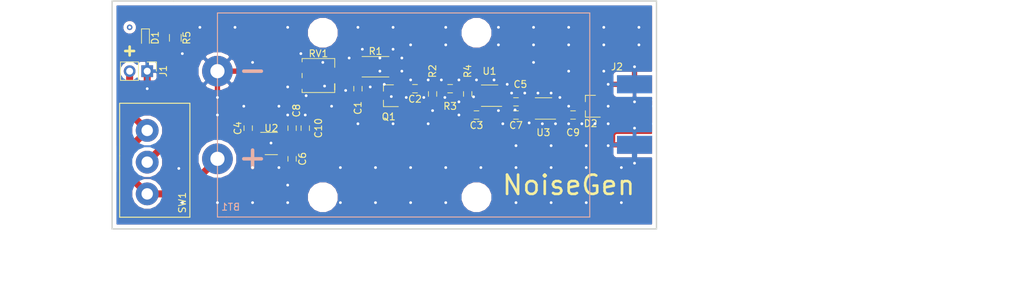
<source format=kicad_pcb>
(kicad_pcb (version 20170123) (host pcbnew "(2017-05-02 revision e4d2924ee)-makepkg")

  (general
    (links 50)
    (no_connects 0)
    (area 55.508822 84.989999 202.724286 129.745001)
    (thickness 1.6)
    (drawings 11)
    (tracks 377)
    (zones 0)
    (modules 26)
    (nets 16)
  )

  (page A4)
  (layers
    (0 F.Cu signal)
    (31 B.Cu signal)
    (32 B.Adhes user)
    (33 F.Adhes user)
    (34 B.Paste user)
    (35 F.Paste user)
    (36 B.SilkS user)
    (37 F.SilkS user)
    (38 B.Mask user)
    (39 F.Mask user)
    (40 Dwgs.User user)
    (41 Cmts.User user)
    (42 Eco1.User user)
    (43 Eco2.User user)
    (44 Edge.Cuts user)
    (45 Margin user)
    (46 B.CrtYd user)
    (47 F.CrtYd user)
    (48 B.Fab user)
    (49 F.Fab user hide)
  )

  (setup
    (last_trace_width 0.25)
    (user_trace_width 0.1524)
    (user_trace_width 0.2032)
    (user_trace_width 0.508)
    (user_trace_width 0.762)
    (user_trace_width 1.016)
    (trace_clearance 0.2)
    (zone_clearance 0.2032)
    (zone_45_only no)
    (trace_min 0.1524)
    (segment_width 0.508)
    (edge_width 0.15)
    (via_size 0.8)
    (via_drill 0.4)
    (via_min_size 0.0381)
    (via_min_drill 0.254)
    (user_via 0.508 0.254)
    (uvia_size 0.3)
    (uvia_drill 0.1)
    (uvias_allowed no)
    (uvia_min_size 0.2)
    (uvia_min_drill 0.1)
    (pcb_text_width 0.3)
    (pcb_text_size 1.5 1.5)
    (mod_edge_width 0.15)
    (mod_text_size 1 1)
    (mod_text_width 0.15)
    (pad_size 1.524 1.524)
    (pad_drill 0.762)
    (pad_to_mask_clearance 0.1016)
    (pad_to_paste_clearance_ratio -0.025)
    (aux_axis_origin 0 0)
    (visible_elements 7FFFFFFF)
    (pcbplotparams
      (layerselection 0x010fc_ffffffff)
      (usegerberextensions false)
      (excludeedgelayer true)
      (linewidth 0.100000)
      (plotframeref false)
      (viasonmask false)
      (mode 1)
      (useauxorigin false)
      (hpglpennumber 1)
      (hpglpenspeed 20)
      (hpglpendiameter 15)
      (psnegative false)
      (psa4output false)
      (plotreference true)
      (plotvalue true)
      (plotinvisibletext false)
      (padsonsilk false)
      (subtractmaskfromsilk false)
      (outputformat 1)
      (mirror false)
      (drillshape 0)
      (scaleselection 1)
      (outputdirectory Gerbers/))
  )

  (net 0 "")
  (net 1 "Net-(BT1-Pad1)")
  (net 2 GND)
  (net 3 "Net-(C1-Pad1)")
  (net 4 "Net-(C2-Pad1)")
  (net 5 "Net-(C2-Pad2)")
  (net 6 +5V)
  (net 7 +9V)
  (net 8 "Net-(C5-Pad2)")
  (net 9 "Net-(C5-Pad1)")
  (net 10 "Net-(C6-Pad1)")
  (net 11 "Net-(C9-Pad2)")
  (net 12 "Net-(C9-Pad1)")
  (net 13 "Net-(D1-Pad1)")
  (net 14 "Net-(R3-Pad1)")
  (net 15 "Net-(Q1-Pad3)")

  (net_class Default "This is the default net class."
    (clearance 0.2)
    (trace_width 0.25)
    (via_dia 0.8)
    (via_drill 0.4)
    (uvia_dia 0.3)
    (uvia_drill 0.1)
    (add_net +5V)
    (add_net +9V)
    (add_net GND)
    (add_net "Net-(BT1-Pad1)")
    (add_net "Net-(C1-Pad1)")
    (add_net "Net-(C2-Pad1)")
    (add_net "Net-(C2-Pad2)")
    (add_net "Net-(C5-Pad1)")
    (add_net "Net-(C5-Pad2)")
    (add_net "Net-(C6-Pad1)")
    (add_net "Net-(C9-Pad1)")
    (add_net "Net-(C9-Pad2)")
    (add_net "Net-(D1-Pad1)")
    (add_net "Net-(Q1-Pad3)")
    (add_net "Net-(R3-Pad1)")
  )

  (module FritzLib:1294 (layer B.Cu) (tedit 5990A1F6) (tstamp 5991493A)
    (at 86.36 101.6)
    (path /598D6EC5)
    (fp_text reference BT1 (at 1.905 13.335) (layer B.SilkS)
      (effects (font (size 1 1) (thickness 0.15)) (justify mirror))
    )
    (fp_text value 9V (at 2.54 -12.7) (layer B.Fab)
      (effects (font (size 1 1) (thickness 0.15)) (justify mirror))
    )
    (fp_line (start 0 -14.7828) (end 53.848 -14.7828) (layer B.SilkS) (width 0.15))
    (fp_line (start 53.848 14.7828) (end 53.848 -14.7828) (layer B.SilkS) (width 0.15))
    (fp_line (start 0 13.5128) (end 0 13.5128) (layer B.SilkS) (width 0.15))
    (fp_line (start 0 14.7828) (end 0 -14.7828) (layer B.SilkS) (width 0.15))
    (fp_line (start 1.27 14.7828) (end 1.27 14.7828) (layer B.SilkS) (width 0.15))
    (fp_line (start 0 14.7828) (end 53.848 14.7828) (layer B.SilkS) (width 0.15))
    (fp_line (start 5.08 7.62) (end 5.08 5.08) (layer B.SilkS) (width 0.508))
    (fp_line (start 5.08 5.08) (end 5.08 5.08) (layer B.SilkS) (width 0.15))
    (fp_line (start 3.81 6.35) (end 6.35 6.35) (layer B.SilkS) (width 0.508))
    (fp_line (start 6.35 6.35) (end 6.35 6.35) (layer B.SilkS) (width 0.15))
    (fp_line (start 6.35 -6.35) (end 6.35 -6.35) (layer B.SilkS) (width 0.15))
    (fp_line (start 3.81 -6.35) (end 6.35 -6.35) (layer B.SilkS) (width 0.508))
    (pad 1 thru_hole circle (at 0 6.35) (size 4.445 4.445) (drill 2.0574) (layers *.Cu *.Mask)
      (net 1 "Net-(BT1-Pad1)"))
    (pad 2 thru_hole circle (at 0 -6.35) (size 4.445 4.445) (drill 2.0574) (layers *.Cu *.Mask)
      (net 2 GND))
    (pad "" np_thru_hole circle (at 15.24 -11.9126) (size 3.302 3.302) (drill 3.302) (layers *.Cu *.Mask))
    (pad "" np_thru_hole circle (at 15.24 11.9126) (size 3.302 3.302) (drill 3.302) (layers *.Cu *.Mask))
    (pad "" np_thru_hole circle (at 37.465 -11.9126) (size 3.302 3.302) (drill 3.302) (layers *.Cu *.Mask))
    (pad "" np_thru_hole circle (at 37.465 11.9126) (size 3.302 3.302) (drill 3.302) (layers *.Cu *.Mask))
  )

  (module Capacitors_SMD:C_0603 (layer F.Cu) (tedit 58AA844E) (tstamp 5991494B)
    (at 106.68 97.79 270)
    (descr "Capacitor SMD 0603, reflow soldering, AVX (see smccp.pdf)")
    (tags "capacitor 0603")
    (path /598BEDF5)
    (attr smd)
    (fp_text reference C1 (at 2.794 0 270) (layer F.SilkS)
      (effects (font (size 1 1) (thickness 0.15)))
    )
    (fp_text value 1nF (at 0 1.5 270) (layer F.Fab)
      (effects (font (size 1 1) (thickness 0.15)))
    )
    (fp_text user %R (at 0 -1.5 270) (layer F.Fab)
      (effects (font (size 1 1) (thickness 0.15)))
    )
    (fp_line (start -0.8 0.4) (end -0.8 -0.4) (layer F.Fab) (width 0.1))
    (fp_line (start 0.8 0.4) (end -0.8 0.4) (layer F.Fab) (width 0.1))
    (fp_line (start 0.8 -0.4) (end 0.8 0.4) (layer F.Fab) (width 0.1))
    (fp_line (start -0.8 -0.4) (end 0.8 -0.4) (layer F.Fab) (width 0.1))
    (fp_line (start -0.35 -0.6) (end 0.35 -0.6) (layer F.SilkS) (width 0.12))
    (fp_line (start 0.35 0.6) (end -0.35 0.6) (layer F.SilkS) (width 0.12))
    (fp_line (start -1.4 -0.65) (end 1.4 -0.65) (layer F.CrtYd) (width 0.05))
    (fp_line (start -1.4 -0.65) (end -1.4 0.65) (layer F.CrtYd) (width 0.05))
    (fp_line (start 1.4 0.65) (end 1.4 -0.65) (layer F.CrtYd) (width 0.05))
    (fp_line (start 1.4 0.65) (end -1.4 0.65) (layer F.CrtYd) (width 0.05))
    (pad 1 smd rect (at -0.75 0 270) (size 0.8 0.75) (layers F.Cu F.Paste F.Mask)
      (net 3 "Net-(C1-Pad1)"))
    (pad 2 smd rect (at 0.75 0 270) (size 0.8 0.75) (layers F.Cu F.Paste F.Mask)
      (net 2 GND))
    (model Capacitors_SMD.3dshapes/C_0603.wrl
      (at (xyz 0 0 0))
      (scale (xyz 1 1 1))
      (rotate (xyz 0 0 0))
    )
  )

  (module Capacitors_SMD:C_0603 (layer F.Cu) (tedit 58AA844E) (tstamp 5991495C)
    (at 114.935 97.79 180)
    (descr "Capacitor SMD 0603, reflow soldering, AVX (see smccp.pdf)")
    (tags "capacitor 0603")
    (path /598DFAFB)
    (attr smd)
    (fp_text reference C2 (at 0 -1.5 180) (layer F.SilkS)
      (effects (font (size 1 1) (thickness 0.15)))
    )
    (fp_text value 100pF (at 0 1.5 180) (layer F.Fab)
      (effects (font (size 1 1) (thickness 0.15)))
    )
    (fp_text user %R (at 0 -1.5 180) (layer F.Fab)
      (effects (font (size 1 1) (thickness 0.15)))
    )
    (fp_line (start -0.8 0.4) (end -0.8 -0.4) (layer F.Fab) (width 0.1))
    (fp_line (start 0.8 0.4) (end -0.8 0.4) (layer F.Fab) (width 0.1))
    (fp_line (start 0.8 -0.4) (end 0.8 0.4) (layer F.Fab) (width 0.1))
    (fp_line (start -0.8 -0.4) (end 0.8 -0.4) (layer F.Fab) (width 0.1))
    (fp_line (start -0.35 -0.6) (end 0.35 -0.6) (layer F.SilkS) (width 0.12))
    (fp_line (start 0.35 0.6) (end -0.35 0.6) (layer F.SilkS) (width 0.12))
    (fp_line (start -1.4 -0.65) (end 1.4 -0.65) (layer F.CrtYd) (width 0.05))
    (fp_line (start -1.4 -0.65) (end -1.4 0.65) (layer F.CrtYd) (width 0.05))
    (fp_line (start 1.4 0.65) (end 1.4 -0.65) (layer F.CrtYd) (width 0.05))
    (fp_line (start 1.4 0.65) (end -1.4 0.65) (layer F.CrtYd) (width 0.05))
    (pad 1 smd rect (at -0.75 0 180) (size 0.8 0.75) (layers F.Cu F.Paste F.Mask)
      (net 4 "Net-(C2-Pad1)"))
    (pad 2 smd rect (at 0.75 0 180) (size 0.8 0.75) (layers F.Cu F.Paste F.Mask)
      (net 5 "Net-(C2-Pad2)"))
    (model Capacitors_SMD.3dshapes/C_0603.wrl
      (at (xyz 0 0 0))
      (scale (xyz 1 1 1))
      (rotate (xyz 0 0 0))
    )
  )

  (module Capacitors_SMD:C_0603 (layer F.Cu) (tedit 58AA844E) (tstamp 5991496D)
    (at 123.825 101.6 180)
    (descr "Capacitor SMD 0603, reflow soldering, AVX (see smccp.pdf)")
    (tags "capacitor 0603")
    (path /598DF5F0)
    (attr smd)
    (fp_text reference C3 (at 0 -1.5 180) (layer F.SilkS)
      (effects (font (size 1 1) (thickness 0.15)))
    )
    (fp_text value 100nF (at 0 1.5 180) (layer F.Fab)
      (effects (font (size 1 1) (thickness 0.15)))
    )
    (fp_line (start 1.4 0.65) (end -1.4 0.65) (layer F.CrtYd) (width 0.05))
    (fp_line (start 1.4 0.65) (end 1.4 -0.65) (layer F.CrtYd) (width 0.05))
    (fp_line (start -1.4 -0.65) (end -1.4 0.65) (layer F.CrtYd) (width 0.05))
    (fp_line (start -1.4 -0.65) (end 1.4 -0.65) (layer F.CrtYd) (width 0.05))
    (fp_line (start 0.35 0.6) (end -0.35 0.6) (layer F.SilkS) (width 0.12))
    (fp_line (start -0.35 -0.6) (end 0.35 -0.6) (layer F.SilkS) (width 0.12))
    (fp_line (start -0.8 -0.4) (end 0.8 -0.4) (layer F.Fab) (width 0.1))
    (fp_line (start 0.8 -0.4) (end 0.8 0.4) (layer F.Fab) (width 0.1))
    (fp_line (start 0.8 0.4) (end -0.8 0.4) (layer F.Fab) (width 0.1))
    (fp_line (start -0.8 0.4) (end -0.8 -0.4) (layer F.Fab) (width 0.1))
    (fp_text user %R (at 0 -1.5 180) (layer F.Fab)
      (effects (font (size 1 1) (thickness 0.15)))
    )
    (pad 2 smd rect (at 0.75 0 180) (size 0.8 0.75) (layers F.Cu F.Paste F.Mask)
      (net 2 GND))
    (pad 1 smd rect (at -0.75 0 180) (size 0.8 0.75) (layers F.Cu F.Paste F.Mask)
      (net 6 +5V))
    (model Capacitors_SMD.3dshapes/C_0603.wrl
      (at (xyz 0 0 0))
      (scale (xyz 1 1 1))
      (rotate (xyz 0 0 0))
    )
  )

  (module Capacitors_SMD:C_0603 (layer F.Cu) (tedit 58AA844E) (tstamp 5991497E)
    (at 90.805 103.505 90)
    (descr "Capacitor SMD 0603, reflow soldering, AVX (see smccp.pdf)")
    (tags "capacitor 0603")
    (path /598C5784)
    (attr smd)
    (fp_text reference C4 (at 0 -1.5 90) (layer F.SilkS)
      (effects (font (size 1 1) (thickness 0.15)))
    )
    (fp_text value 1uF (at 0 1.5 90) (layer F.Fab)
      (effects (font (size 1 1) (thickness 0.15)))
    )
    (fp_text user %R (at 0 -1.5 90) (layer F.Fab)
      (effects (font (size 1 1) (thickness 0.15)))
    )
    (fp_line (start -0.8 0.4) (end -0.8 -0.4) (layer F.Fab) (width 0.1))
    (fp_line (start 0.8 0.4) (end -0.8 0.4) (layer F.Fab) (width 0.1))
    (fp_line (start 0.8 -0.4) (end 0.8 0.4) (layer F.Fab) (width 0.1))
    (fp_line (start -0.8 -0.4) (end 0.8 -0.4) (layer F.Fab) (width 0.1))
    (fp_line (start -0.35 -0.6) (end 0.35 -0.6) (layer F.SilkS) (width 0.12))
    (fp_line (start 0.35 0.6) (end -0.35 0.6) (layer F.SilkS) (width 0.12))
    (fp_line (start -1.4 -0.65) (end 1.4 -0.65) (layer F.CrtYd) (width 0.05))
    (fp_line (start -1.4 -0.65) (end -1.4 0.65) (layer F.CrtYd) (width 0.05))
    (fp_line (start 1.4 0.65) (end 1.4 -0.65) (layer F.CrtYd) (width 0.05))
    (fp_line (start 1.4 0.65) (end -1.4 0.65) (layer F.CrtYd) (width 0.05))
    (pad 1 smd rect (at -0.75 0 90) (size 0.8 0.75) (layers F.Cu F.Paste F.Mask)
      (net 7 +9V))
    (pad 2 smd rect (at 0.75 0 90) (size 0.8 0.75) (layers F.Cu F.Paste F.Mask)
      (net 2 GND))
    (model Capacitors_SMD.3dshapes/C_0603.wrl
      (at (xyz 0 0 0))
      (scale (xyz 1 1 1))
      (rotate (xyz 0 0 0))
    )
  )

  (module Capacitors_SMD:C_0603 (layer F.Cu) (tedit 58AA844E) (tstamp 5991498F)
    (at 129.54 99.695 180)
    (descr "Capacitor SMD 0603, reflow soldering, AVX (see smccp.pdf)")
    (tags "capacitor 0603")
    (path /598C1FDD)
    (attr smd)
    (fp_text reference C5 (at -0.635 2.54 180) (layer F.SilkS)
      (effects (font (size 1 1) (thickness 0.15)))
    )
    (fp_text value 100pF (at 0 1.5 180) (layer F.Fab)
      (effects (font (size 1 1) (thickness 0.15)))
    )
    (fp_line (start 1.4 0.65) (end -1.4 0.65) (layer F.CrtYd) (width 0.05))
    (fp_line (start 1.4 0.65) (end 1.4 -0.65) (layer F.CrtYd) (width 0.05))
    (fp_line (start -1.4 -0.65) (end -1.4 0.65) (layer F.CrtYd) (width 0.05))
    (fp_line (start -1.4 -0.65) (end 1.4 -0.65) (layer F.CrtYd) (width 0.05))
    (fp_line (start 0.35 0.6) (end -0.35 0.6) (layer F.SilkS) (width 0.12))
    (fp_line (start -0.35 -0.6) (end 0.35 -0.6) (layer F.SilkS) (width 0.12))
    (fp_line (start -0.8 -0.4) (end 0.8 -0.4) (layer F.Fab) (width 0.1))
    (fp_line (start 0.8 -0.4) (end 0.8 0.4) (layer F.Fab) (width 0.1))
    (fp_line (start 0.8 0.4) (end -0.8 0.4) (layer F.Fab) (width 0.1))
    (fp_line (start -0.8 0.4) (end -0.8 -0.4) (layer F.Fab) (width 0.1))
    (fp_text user %R (at 0 -1.5 180) (layer F.Fab)
      (effects (font (size 1 1) (thickness 0.15)))
    )
    (pad 2 smd rect (at 0.75 0 180) (size 0.8 0.75) (layers F.Cu F.Paste F.Mask)
      (net 8 "Net-(C5-Pad2)"))
    (pad 1 smd rect (at -0.75 0 180) (size 0.8 0.75) (layers F.Cu F.Paste F.Mask)
      (net 9 "Net-(C5-Pad1)"))
    (model Capacitors_SMD.3dshapes/C_0603.wrl
      (at (xyz 0 0 0))
      (scale (xyz 1 1 1))
      (rotate (xyz 0 0 0))
    )
  )

  (module Capacitors_SMD:C_0603 (layer F.Cu) (tedit 58AA844E) (tstamp 599149A0)
    (at 97.155 107.95 270)
    (descr "Capacitor SMD 0603, reflow soldering, AVX (see smccp.pdf)")
    (tags "capacitor 0603")
    (path /598D79C6)
    (attr smd)
    (fp_text reference C6 (at 0 -1.5 270) (layer F.SilkS)
      (effects (font (size 1 1) (thickness 0.15)))
    )
    (fp_text value 100nF (at 0 1.5 270) (layer F.Fab)
      (effects (font (size 1 1) (thickness 0.15)))
    )
    (fp_text user %R (at 0 -1.5 270) (layer F.Fab)
      (effects (font (size 1 1) (thickness 0.15)))
    )
    (fp_line (start -0.8 0.4) (end -0.8 -0.4) (layer F.Fab) (width 0.1))
    (fp_line (start 0.8 0.4) (end -0.8 0.4) (layer F.Fab) (width 0.1))
    (fp_line (start 0.8 -0.4) (end 0.8 0.4) (layer F.Fab) (width 0.1))
    (fp_line (start -0.8 -0.4) (end 0.8 -0.4) (layer F.Fab) (width 0.1))
    (fp_line (start -0.35 -0.6) (end 0.35 -0.6) (layer F.SilkS) (width 0.12))
    (fp_line (start 0.35 0.6) (end -0.35 0.6) (layer F.SilkS) (width 0.12))
    (fp_line (start -1.4 -0.65) (end 1.4 -0.65) (layer F.CrtYd) (width 0.05))
    (fp_line (start -1.4 -0.65) (end -1.4 0.65) (layer F.CrtYd) (width 0.05))
    (fp_line (start 1.4 0.65) (end 1.4 -0.65) (layer F.CrtYd) (width 0.05))
    (fp_line (start 1.4 0.65) (end -1.4 0.65) (layer F.CrtYd) (width 0.05))
    (pad 1 smd rect (at -0.75 0 270) (size 0.8 0.75) (layers F.Cu F.Paste F.Mask)
      (net 10 "Net-(C6-Pad1)"))
    (pad 2 smd rect (at 0.75 0 270) (size 0.8 0.75) (layers F.Cu F.Paste F.Mask)
      (net 2 GND))
    (model Capacitors_SMD.3dshapes/C_0603.wrl
      (at (xyz 0 0 0))
      (scale (xyz 1 1 1))
      (rotate (xyz 0 0 0))
    )
  )

  (module Capacitors_SMD:C_0603 (layer F.Cu) (tedit 58AA844E) (tstamp 599149B1)
    (at 129.54 101.6 180)
    (descr "Capacitor SMD 0603, reflow soldering, AVX (see smccp.pdf)")
    (tags "capacitor 0603")
    (path /598DF72F)
    (attr smd)
    (fp_text reference C7 (at 0 -1.5 180) (layer F.SilkS)
      (effects (font (size 1 1) (thickness 0.15)))
    )
    (fp_text value 100nF (at 0 1.5 180) (layer F.Fab)
      (effects (font (size 1 1) (thickness 0.15)))
    )
    (fp_line (start 1.4 0.65) (end -1.4 0.65) (layer F.CrtYd) (width 0.05))
    (fp_line (start 1.4 0.65) (end 1.4 -0.65) (layer F.CrtYd) (width 0.05))
    (fp_line (start -1.4 -0.65) (end -1.4 0.65) (layer F.CrtYd) (width 0.05))
    (fp_line (start -1.4 -0.65) (end 1.4 -0.65) (layer F.CrtYd) (width 0.05))
    (fp_line (start 0.35 0.6) (end -0.35 0.6) (layer F.SilkS) (width 0.12))
    (fp_line (start -0.35 -0.6) (end 0.35 -0.6) (layer F.SilkS) (width 0.12))
    (fp_line (start -0.8 -0.4) (end 0.8 -0.4) (layer F.Fab) (width 0.1))
    (fp_line (start 0.8 -0.4) (end 0.8 0.4) (layer F.Fab) (width 0.1))
    (fp_line (start 0.8 0.4) (end -0.8 0.4) (layer F.Fab) (width 0.1))
    (fp_line (start -0.8 0.4) (end -0.8 -0.4) (layer F.Fab) (width 0.1))
    (fp_text user %R (at 0 -1.5 180) (layer F.Fab)
      (effects (font (size 1 1) (thickness 0.15)))
    )
    (pad 2 smd rect (at 0.75 0 180) (size 0.8 0.75) (layers F.Cu F.Paste F.Mask)
      (net 2 GND))
    (pad 1 smd rect (at -0.75 0 180) (size 0.8 0.75) (layers F.Cu F.Paste F.Mask)
      (net 6 +5V))
    (model Capacitors_SMD.3dshapes/C_0603.wrl
      (at (xyz 0 0 0))
      (scale (xyz 1 1 1))
      (rotate (xyz 0 0 0))
    )
  )

  (module Capacitors_SMD:C_0603 (layer F.Cu) (tedit 58AA844E) (tstamp 599149C2)
    (at 97.155 103.505 90)
    (descr "Capacitor SMD 0603, reflow soldering, AVX (see smccp.pdf)")
    (tags "capacitor 0603")
    (path /598D4DB5)
    (attr smd)
    (fp_text reference C8 (at 2.54 0.635 90) (layer F.SilkS)
      (effects (font (size 1 1) (thickness 0.15)))
    )
    (fp_text value 1uF (at 0 1.5 90) (layer F.Fab)
      (effects (font (size 1 1) (thickness 0.15)))
    )
    (fp_text user %R (at 0 -1.5 90) (layer F.Fab)
      (effects (font (size 1 1) (thickness 0.15)))
    )
    (fp_line (start -0.8 0.4) (end -0.8 -0.4) (layer F.Fab) (width 0.1))
    (fp_line (start 0.8 0.4) (end -0.8 0.4) (layer F.Fab) (width 0.1))
    (fp_line (start 0.8 -0.4) (end 0.8 0.4) (layer F.Fab) (width 0.1))
    (fp_line (start -0.8 -0.4) (end 0.8 -0.4) (layer F.Fab) (width 0.1))
    (fp_line (start -0.35 -0.6) (end 0.35 -0.6) (layer F.SilkS) (width 0.12))
    (fp_line (start 0.35 0.6) (end -0.35 0.6) (layer F.SilkS) (width 0.12))
    (fp_line (start -1.4 -0.65) (end 1.4 -0.65) (layer F.CrtYd) (width 0.05))
    (fp_line (start -1.4 -0.65) (end -1.4 0.65) (layer F.CrtYd) (width 0.05))
    (fp_line (start 1.4 0.65) (end 1.4 -0.65) (layer F.CrtYd) (width 0.05))
    (fp_line (start 1.4 0.65) (end -1.4 0.65) (layer F.CrtYd) (width 0.05))
    (pad 1 smd rect (at -0.75 0 90) (size 0.8 0.75) (layers F.Cu F.Paste F.Mask)
      (net 6 +5V))
    (pad 2 smd rect (at 0.75 0 90) (size 0.8 0.75) (layers F.Cu F.Paste F.Mask)
      (net 2 GND))
    (model Capacitors_SMD.3dshapes/C_0603.wrl
      (at (xyz 0 0 0))
      (scale (xyz 1 1 1))
      (rotate (xyz 0 0 0))
    )
  )

  (module Capacitors_SMD:C_0603 (layer F.Cu) (tedit 58AA844E) (tstamp 599149D3)
    (at 137.795 101.6 180)
    (descr "Capacitor SMD 0603, reflow soldering, AVX (see smccp.pdf)")
    (tags "capacitor 0603")
    (path /598CFD23)
    (attr smd)
    (fp_text reference C9 (at 0 -2.54 180) (layer F.SilkS)
      (effects (font (size 1 1) (thickness 0.15)))
    )
    (fp_text value 100pF (at 0 1.5 180) (layer F.Fab)
      (effects (font (size 1 1) (thickness 0.15)))
    )
    (fp_line (start 1.4 0.65) (end -1.4 0.65) (layer F.CrtYd) (width 0.05))
    (fp_line (start 1.4 0.65) (end 1.4 -0.65) (layer F.CrtYd) (width 0.05))
    (fp_line (start -1.4 -0.65) (end -1.4 0.65) (layer F.CrtYd) (width 0.05))
    (fp_line (start -1.4 -0.65) (end 1.4 -0.65) (layer F.CrtYd) (width 0.05))
    (fp_line (start 0.35 0.6) (end -0.35 0.6) (layer F.SilkS) (width 0.12))
    (fp_line (start -0.35 -0.6) (end 0.35 -0.6) (layer F.SilkS) (width 0.12))
    (fp_line (start -0.8 -0.4) (end 0.8 -0.4) (layer F.Fab) (width 0.1))
    (fp_line (start 0.8 -0.4) (end 0.8 0.4) (layer F.Fab) (width 0.1))
    (fp_line (start 0.8 0.4) (end -0.8 0.4) (layer F.Fab) (width 0.1))
    (fp_line (start -0.8 0.4) (end -0.8 -0.4) (layer F.Fab) (width 0.1))
    (fp_text user %R (at 0 -1.5 180) (layer F.Fab)
      (effects (font (size 1 1) (thickness 0.15)))
    )
    (pad 2 smd rect (at 0.75 0 180) (size 0.8 0.75) (layers F.Cu F.Paste F.Mask)
      (net 11 "Net-(C9-Pad2)"))
    (pad 1 smd rect (at -0.75 0 180) (size 0.8 0.75) (layers F.Cu F.Paste F.Mask)
      (net 12 "Net-(C9-Pad1)"))
    (model Capacitors_SMD.3dshapes/C_0603.wrl
      (at (xyz 0 0 0))
      (scale (xyz 1 1 1))
      (rotate (xyz 0 0 0))
    )
  )

  (module Capacitors_SMD:C_0603 (layer F.Cu) (tedit 58AA844E) (tstamp 599149E4)
    (at 99.06 103.505 90)
    (descr "Capacitor SMD 0603, reflow soldering, AVX (see smccp.pdf)")
    (tags "capacitor 0603")
    (path /598D6EC9)
    (attr smd)
    (fp_text reference C10 (at 0 1.905 90) (layer F.SilkS)
      (effects (font (size 1 1) (thickness 0.15)))
    )
    (fp_text value 1uF (at 0 1.5 90) (layer F.Fab)
      (effects (font (size 1 1) (thickness 0.15)))
    )
    (fp_line (start 1.4 0.65) (end -1.4 0.65) (layer F.CrtYd) (width 0.05))
    (fp_line (start 1.4 0.65) (end 1.4 -0.65) (layer F.CrtYd) (width 0.05))
    (fp_line (start -1.4 -0.65) (end -1.4 0.65) (layer F.CrtYd) (width 0.05))
    (fp_line (start -1.4 -0.65) (end 1.4 -0.65) (layer F.CrtYd) (width 0.05))
    (fp_line (start 0.35 0.6) (end -0.35 0.6) (layer F.SilkS) (width 0.12))
    (fp_line (start -0.35 -0.6) (end 0.35 -0.6) (layer F.SilkS) (width 0.12))
    (fp_line (start -0.8 -0.4) (end 0.8 -0.4) (layer F.Fab) (width 0.1))
    (fp_line (start 0.8 -0.4) (end 0.8 0.4) (layer F.Fab) (width 0.1))
    (fp_line (start 0.8 0.4) (end -0.8 0.4) (layer F.Fab) (width 0.1))
    (fp_line (start -0.8 0.4) (end -0.8 -0.4) (layer F.Fab) (width 0.1))
    (fp_text user %R (at 0 -1.5 90) (layer F.Fab)
      (effects (font (size 1 1) (thickness 0.15)))
    )
    (pad 2 smd rect (at 0.75 0 90) (size 0.8 0.75) (layers F.Cu F.Paste F.Mask)
      (net 2 GND))
    (pad 1 smd rect (at -0.75 0 90) (size 0.8 0.75) (layers F.Cu F.Paste F.Mask)
      (net 6 +5V))
    (model Capacitors_SMD.3dshapes/C_0603.wrl
      (at (xyz 0 0 0))
      (scale (xyz 1 1 1))
      (rotate (xyz 0 0 0))
    )
  )

  (module Diodes_SMD:D_0603 (layer F.Cu) (tedit 590CE922) (tstamp 599149FC)
    (at 75.946 90.424 270)
    (descr "Diode SMD in 0603 package http://datasheets.avx.com/schottky.pdf")
    (tags "smd diode")
    (path /598DBD78)
    (attr smd)
    (fp_text reference D1 (at 0 -1.4 270) (layer F.SilkS)
      (effects (font (size 1 1) (thickness 0.15)))
    )
    (fp_text value RED (at 0 1.4 270) (layer F.Fab)
      (effects (font (size 1 1) (thickness 0.15)))
    )
    (fp_line (start -1.3 -0.57) (end 0.8 -0.57) (layer F.SilkS) (width 0.12))
    (fp_line (start -1.3 0.57) (end 0.8 0.57) (layer F.SilkS) (width 0.12))
    (fp_line (start -0.8 -0.45) (end 0.8 -0.45) (layer F.Fab) (width 0.1))
    (fp_line (start 0.8 -0.45) (end 0.8 0.45) (layer F.Fab) (width 0.1))
    (fp_line (start 0.8 0.45) (end -0.8 0.45) (layer F.Fab) (width 0.1))
    (fp_line (start -0.8 0.45) (end -0.8 -0.45) (layer F.Fab) (width 0.1))
    (fp_line (start 0.2 -0.2) (end -0.1 0) (layer F.Fab) (width 0.1))
    (fp_line (start -0.1 0) (end 0.2 0.2) (layer F.Fab) (width 0.1))
    (fp_line (start 0.2 0.2) (end 0.2 -0.2) (layer F.Fab) (width 0.1))
    (fp_line (start -0.1 -0.2) (end -0.1 0.2) (layer F.Fab) (width 0.1))
    (fp_line (start -0.1 0) (end -0.3 0) (layer F.Fab) (width 0.1))
    (fp_line (start 0.2 0) (end 0.4 0) (layer F.Fab) (width 0.1))
    (fp_line (start 1.4 -0.67) (end -1.4 -0.67) (layer F.CrtYd) (width 0.05))
    (fp_line (start -1.4 -0.67) (end -1.4 0.67) (layer F.CrtYd) (width 0.05))
    (fp_line (start -1.4 0.67) (end 1.4 0.67) (layer F.CrtYd) (width 0.05))
    (fp_line (start 1.4 0.67) (end 1.4 -0.67) (layer F.CrtYd) (width 0.05))
    (fp_line (start -1.3 -0.57) (end -1.3 0.57) (layer F.SilkS) (width 0.12))
    (fp_text user %R (at 0 -1.4 270) (layer F.Fab)
      (effects (font (size 1 1) (thickness 0.15)))
    )
    (pad 2 smd rect (at 0.85 0 270) (size 0.6 0.8) (layers F.Cu F.Paste F.Mask)
      (net 7 +9V))
    (pad 1 smd rect (at -0.85 0 270) (size 0.6 0.8) (layers F.Cu F.Paste F.Mask)
      (net 13 "Net-(D1-Pad1)"))
    (model ${KISYS3DMOD}/Diodes_SMD.3dshapes/D_0603.wrl
      (at (xyz 0 0 0))
      (scale (xyz 1 1 1))
      (rotate (xyz 0 0 0))
    )
  )

  (module Pin_Headers:Pin_Header_Straight_1x02_Pitch2.54mm (layer F.Cu) (tedit 59650532) (tstamp 59914A12)
    (at 76.2 95.25 270)
    (descr "Through hole straight pin header, 1x02, 2.54mm pitch, single row")
    (tags "Through hole pin header THT 1x02 2.54mm single row")
    (path /5990F70B)
    (fp_text reference J1 (at 0 -2.33 270) (layer F.SilkS)
      (effects (font (size 1 1) (thickness 0.15)))
    )
    (fp_text value CONN_01X02 (at 0 4.87 270) (layer F.Fab)
      (effects (font (size 1 1) (thickness 0.15)))
    )
    (fp_text user %R (at 0 1.27) (layer F.Fab)
      (effects (font (size 1 1) (thickness 0.15)))
    )
    (fp_line (start 1.8 -1.8) (end -1.8 -1.8) (layer F.CrtYd) (width 0.05))
    (fp_line (start 1.8 4.35) (end 1.8 -1.8) (layer F.CrtYd) (width 0.05))
    (fp_line (start -1.8 4.35) (end 1.8 4.35) (layer F.CrtYd) (width 0.05))
    (fp_line (start -1.8 -1.8) (end -1.8 4.35) (layer F.CrtYd) (width 0.05))
    (fp_line (start -1.33 -1.33) (end 0 -1.33) (layer F.SilkS) (width 0.12))
    (fp_line (start -1.33 0) (end -1.33 -1.33) (layer F.SilkS) (width 0.12))
    (fp_line (start -1.33 1.27) (end 1.33 1.27) (layer F.SilkS) (width 0.12))
    (fp_line (start 1.33 1.27) (end 1.33 3.87) (layer F.SilkS) (width 0.12))
    (fp_line (start -1.33 1.27) (end -1.33 3.87) (layer F.SilkS) (width 0.12))
    (fp_line (start -1.33 3.87) (end 1.33 3.87) (layer F.SilkS) (width 0.12))
    (fp_line (start -1.27 -0.635) (end -0.635 -1.27) (layer F.Fab) (width 0.1))
    (fp_line (start -1.27 3.81) (end -1.27 -0.635) (layer F.Fab) (width 0.1))
    (fp_line (start 1.27 3.81) (end -1.27 3.81) (layer F.Fab) (width 0.1))
    (fp_line (start 1.27 -1.27) (end 1.27 3.81) (layer F.Fab) (width 0.1))
    (fp_line (start -0.635 -1.27) (end 1.27 -1.27) (layer F.Fab) (width 0.1))
    (pad 2 thru_hole oval (at 0 2.54 270) (size 1.7 1.7) (drill 1) (layers *.Cu *.Mask)
      (net 1 "Net-(BT1-Pad1)"))
    (pad 1 thru_hole rect (at 0 0 270) (size 1.7 1.7) (drill 1) (layers *.Cu *.Mask)
      (net 2 GND))
    (model ${KISYS3DMOD}/Pin_Headers.3dshapes/Pin_Header_Straight_1x02_Pitch2.54mm.wrl
      (at (xyz 0 -0.05 0))
      (scale (xyz 1 1 1))
      (rotate (xyz 0 0 90))
    )
  )

  (module FritzLib:J502 (layer F.Cu) (tedit 5990A428) (tstamp 59914A1B)
    (at 146.685 105.918 90)
    (path /598DF9D5)
    (fp_text reference J2 (at 11.303 -2.54 180) (layer F.SilkS)
      (effects (font (size 1 1) (thickness 0.15)))
    )
    (fp_text value SMA (at 0 -5.58 90) (layer F.Fab)
      (effects (font (size 1 1) (thickness 0.15)))
    )
    (pad 2 smd rect (at 0 0 90) (size 2.6162 5.08) (layers F.Cu F.Paste F.Mask)
      (net 2 GND))
    (pad 2 smd rect (at 8.763 0 90) (size 2.6162 5.08) (layers F.Cu F.Paste F.Mask)
      (net 2 GND))
    (pad 1 smd rect (at 4.318 0 90) (size 2.286 5.08) (layers F.Cu F.Paste F.Mask)
      (net 12 "Net-(C9-Pad1)"))
    (pad 2 smd rect (at 0 0 90) (size 2.6162 5.08) (layers B.Cu B.Paste B.Mask)
      (net 2 GND))
    (pad 2 smd rect (at 8.763 0 90) (size 2.6162 5.08) (layers B.Cu B.Paste B.Mask)
      (net 2 GND))
  )

  (module Resistors_SMD:R_2010 (layer F.Cu) (tedit 58E0A804) (tstamp 59914A2C)
    (at 109.22 94.615)
    (descr "Resistor SMD 2010, reflow soldering, Vishay (see dcrcw.pdf)")
    (tags "resistor 2010")
    (path /598A8B33)
    (attr smd)
    (fp_text reference R1 (at 0 -2.25) (layer F.SilkS)
      (effects (font (size 1 1) (thickness 0.15)))
    )
    (fp_text value 51R (at 0 2.4) (layer F.Fab)
      (effects (font (size 1 1) (thickness 0.15)))
    )
    (fp_line (start 3.2 1.5) (end -3.2 1.5) (layer F.CrtYd) (width 0.05))
    (fp_line (start 3.2 1.5) (end 3.2 -1.5) (layer F.CrtYd) (width 0.05))
    (fp_line (start -3.2 -1.5) (end -3.2 1.5) (layer F.CrtYd) (width 0.05))
    (fp_line (start -3.2 -1.5) (end 3.2 -1.5) (layer F.CrtYd) (width 0.05))
    (fp_line (start -1.95 -1.48) (end 1.95 -1.48) (layer F.SilkS) (width 0.12))
    (fp_line (start 1.95 1.48) (end -1.95 1.48) (layer F.SilkS) (width 0.12))
    (fp_line (start -2.5 -1.25) (end 2.5 -1.25) (layer F.Fab) (width 0.1))
    (fp_line (start 2.5 -1.25) (end 2.5 1.25) (layer F.Fab) (width 0.1))
    (fp_line (start 2.5 1.25) (end -2.5 1.25) (layer F.Fab) (width 0.1))
    (fp_line (start -2.5 1.25) (end -2.5 -1.25) (layer F.Fab) (width 0.1))
    (fp_text user %R (at 0 0) (layer F.Fab)
      (effects (font (size 1 1) (thickness 0.15)))
    )
    (pad 2 smd rect (at 2.45 0) (size 1 2.5) (layers F.Cu F.Paste F.Mask)
      (net 5 "Net-(C2-Pad2)"))
    (pad 1 smd rect (at -2.45 0) (size 1 2.5) (layers F.Cu F.Paste F.Mask)
      (net 3 "Net-(C1-Pad1)"))
    (model ${KISYS3DMOD}/Resistors_SMD.3dshapes/R_2010.wrl
      (at (xyz 0 0 0))
      (scale (xyz 1 1 1))
      (rotate (xyz 0 0 0))
    )
  )

  (module Capacitors_SMD:C_0603 (layer F.Cu) (tedit 58AA844E) (tstamp 59914A3D)
    (at 117.475 98.552 270)
    (descr "Capacitor SMD 0603, reflow soldering, AVX (see smccp.pdf)")
    (tags "capacitor 0603")
    (path /598BC6EB)
    (attr smd)
    (fp_text reference R2 (at -3.302 0 270) (layer F.SilkS)
      (effects (font (size 1 1) (thickness 0.15)))
    )
    (fp_text value 120R (at 0 1.5 270) (layer F.Fab)
      (effects (font (size 1 1) (thickness 0.15)))
    )
    (fp_text user %R (at 0 -1.5 270) (layer F.Fab)
      (effects (font (size 1 1) (thickness 0.15)))
    )
    (fp_line (start -0.8 0.4) (end -0.8 -0.4) (layer F.Fab) (width 0.1))
    (fp_line (start 0.8 0.4) (end -0.8 0.4) (layer F.Fab) (width 0.1))
    (fp_line (start 0.8 -0.4) (end 0.8 0.4) (layer F.Fab) (width 0.1))
    (fp_line (start -0.8 -0.4) (end 0.8 -0.4) (layer F.Fab) (width 0.1))
    (fp_line (start -0.35 -0.6) (end 0.35 -0.6) (layer F.SilkS) (width 0.12))
    (fp_line (start 0.35 0.6) (end -0.35 0.6) (layer F.SilkS) (width 0.12))
    (fp_line (start -1.4 -0.65) (end 1.4 -0.65) (layer F.CrtYd) (width 0.05))
    (fp_line (start -1.4 -0.65) (end -1.4 0.65) (layer F.CrtYd) (width 0.05))
    (fp_line (start 1.4 0.65) (end 1.4 -0.65) (layer F.CrtYd) (width 0.05))
    (fp_line (start 1.4 0.65) (end -1.4 0.65) (layer F.CrtYd) (width 0.05))
    (pad 1 smd rect (at -0.75 0 270) (size 0.8 0.75) (layers F.Cu F.Paste F.Mask)
      (net 4 "Net-(C2-Pad1)"))
    (pad 2 smd rect (at 0.75 0 270) (size 0.8 0.75) (layers F.Cu F.Paste F.Mask)
      (net 2 GND))
    (model Capacitors_SMD.3dshapes/C_0603.wrl
      (at (xyz 0 0 0))
      (scale (xyz 1 1 1))
      (rotate (xyz 0 0 0))
    )
  )

  (module Capacitors_SMD:C_0603 (layer F.Cu) (tedit 58AA844E) (tstamp 59914A4E)
    (at 120.015 97.79 180)
    (descr "Capacitor SMD 0603, reflow soldering, AVX (see smccp.pdf)")
    (tags "capacitor 0603")
    (path /598BC893)
    (attr smd)
    (fp_text reference R3 (at 0 -2.54 180) (layer F.SilkS)
      (effects (font (size 1 1) (thickness 0.15)))
    )
    (fp_text value 56R (at 0 1.5 180) (layer F.Fab)
      (effects (font (size 1 1) (thickness 0.15)))
    )
    (fp_line (start 1.4 0.65) (end -1.4 0.65) (layer F.CrtYd) (width 0.05))
    (fp_line (start 1.4 0.65) (end 1.4 -0.65) (layer F.CrtYd) (width 0.05))
    (fp_line (start -1.4 -0.65) (end -1.4 0.65) (layer F.CrtYd) (width 0.05))
    (fp_line (start -1.4 -0.65) (end 1.4 -0.65) (layer F.CrtYd) (width 0.05))
    (fp_line (start 0.35 0.6) (end -0.35 0.6) (layer F.SilkS) (width 0.12))
    (fp_line (start -0.35 -0.6) (end 0.35 -0.6) (layer F.SilkS) (width 0.12))
    (fp_line (start -0.8 -0.4) (end 0.8 -0.4) (layer F.Fab) (width 0.1))
    (fp_line (start 0.8 -0.4) (end 0.8 0.4) (layer F.Fab) (width 0.1))
    (fp_line (start 0.8 0.4) (end -0.8 0.4) (layer F.Fab) (width 0.1))
    (fp_line (start -0.8 0.4) (end -0.8 -0.4) (layer F.Fab) (width 0.1))
    (fp_text user %R (at 0 -1.5 180) (layer F.Fab)
      (effects (font (size 1 1) (thickness 0.15)))
    )
    (pad 2 smd rect (at 0.75 0 180) (size 0.8 0.75) (layers F.Cu F.Paste F.Mask)
      (net 4 "Net-(C2-Pad1)"))
    (pad 1 smd rect (at -0.75 0 180) (size 0.8 0.75) (layers F.Cu F.Paste F.Mask)
      (net 14 "Net-(R3-Pad1)"))
    (model Capacitors_SMD.3dshapes/C_0603.wrl
      (at (xyz 0 0 0))
      (scale (xyz 1 1 1))
      (rotate (xyz 0 0 0))
    )
  )

  (module Capacitors_SMD:C_0603 (layer F.Cu) (tedit 58AA844E) (tstamp 59914A5F)
    (at 122.555 98.552 270)
    (descr "Capacitor SMD 0603, reflow soldering, AVX (see smccp.pdf)")
    (tags "capacitor 0603")
    (path /598BC670)
    (attr smd)
    (fp_text reference R4 (at -3.302 0 270) (layer F.SilkS)
      (effects (font (size 1 1) (thickness 0.15)))
    )
    (fp_text value 120R (at 0 1.5 270) (layer F.Fab)
      (effects (font (size 1 1) (thickness 0.15)))
    )
    (fp_line (start 1.4 0.65) (end -1.4 0.65) (layer F.CrtYd) (width 0.05))
    (fp_line (start 1.4 0.65) (end 1.4 -0.65) (layer F.CrtYd) (width 0.05))
    (fp_line (start -1.4 -0.65) (end -1.4 0.65) (layer F.CrtYd) (width 0.05))
    (fp_line (start -1.4 -0.65) (end 1.4 -0.65) (layer F.CrtYd) (width 0.05))
    (fp_line (start 0.35 0.6) (end -0.35 0.6) (layer F.SilkS) (width 0.12))
    (fp_line (start -0.35 -0.6) (end 0.35 -0.6) (layer F.SilkS) (width 0.12))
    (fp_line (start -0.8 -0.4) (end 0.8 -0.4) (layer F.Fab) (width 0.1))
    (fp_line (start 0.8 -0.4) (end 0.8 0.4) (layer F.Fab) (width 0.1))
    (fp_line (start 0.8 0.4) (end -0.8 0.4) (layer F.Fab) (width 0.1))
    (fp_line (start -0.8 0.4) (end -0.8 -0.4) (layer F.Fab) (width 0.1))
    (fp_text user %R (at 0 -1.5 270) (layer F.Fab)
      (effects (font (size 1 1) (thickness 0.15)))
    )
    (pad 2 smd rect (at 0.75 0 270) (size 0.8 0.75) (layers F.Cu F.Paste F.Mask)
      (net 2 GND))
    (pad 1 smd rect (at -0.75 0 270) (size 0.8 0.75) (layers F.Cu F.Paste F.Mask)
      (net 14 "Net-(R3-Pad1)"))
    (model Capacitors_SMD.3dshapes/C_0603.wrl
      (at (xyz 0 0 0))
      (scale (xyz 1 1 1))
      (rotate (xyz 0 0 0))
    )
  )

  (module Capacitors_SMD:C_0805 (layer F.Cu) (tedit 58AA8463) (tstamp 59914A70)
    (at 80.264 90.424 270)
    (descr "Capacitor SMD 0805, reflow soldering, AVX (see smccp.pdf)")
    (tags "capacitor 0805")
    (path /598DE531)
    (attr smd)
    (fp_text reference R5 (at 0 -1.651 270) (layer F.SilkS)
      (effects (font (size 1 1) (thickness 0.15)))
    )
    (fp_text value 680R (at 0 1.75 270) (layer F.Fab)
      (effects (font (size 1 1) (thickness 0.15)))
    )
    (fp_line (start 1.75 0.87) (end -1.75 0.87) (layer F.CrtYd) (width 0.05))
    (fp_line (start 1.75 0.87) (end 1.75 -0.88) (layer F.CrtYd) (width 0.05))
    (fp_line (start -1.75 -0.88) (end -1.75 0.87) (layer F.CrtYd) (width 0.05))
    (fp_line (start -1.75 -0.88) (end 1.75 -0.88) (layer F.CrtYd) (width 0.05))
    (fp_line (start -0.5 0.85) (end 0.5 0.85) (layer F.SilkS) (width 0.12))
    (fp_line (start 0.5 -0.85) (end -0.5 -0.85) (layer F.SilkS) (width 0.12))
    (fp_line (start -1 -0.62) (end 1 -0.62) (layer F.Fab) (width 0.1))
    (fp_line (start 1 -0.62) (end 1 0.62) (layer F.Fab) (width 0.1))
    (fp_line (start 1 0.62) (end -1 0.62) (layer F.Fab) (width 0.1))
    (fp_line (start -1 0.62) (end -1 -0.62) (layer F.Fab) (width 0.1))
    (fp_text user %R (at 0 -1.5 270) (layer F.Fab)
      (effects (font (size 1 1) (thickness 0.15)))
    )
    (pad 2 smd rect (at 1 0 270) (size 1 1.25) (layers F.Cu F.Paste F.Mask)
      (net 2 GND))
    (pad 1 smd rect (at -1 0 270) (size 1 1.25) (layers F.Cu F.Paste F.Mask)
      (net 13 "Net-(D1-Pad1)"))
    (model Capacitors_SMD.3dshapes/C_0805.wrl
      (at (xyz 0 0 0))
      (scale (xyz 1 1 1))
      (rotate (xyz 0 0 0))
    )
  )

  (module FritzLib:GF-123-0054 (layer F.Cu) (tedit 5990AB30) (tstamp 59914A9C)
    (at 72.2122 116.4082 90)
    (path /598DC5C1)
    (fp_text reference SW1 (at 2.1082 9.0678 90) (layer F.SilkS)
      (effects (font (size 1 1) (thickness 0.15)))
    )
    (fp_text value SPST (at 0 -3.81 90) (layer F.Fab)
      (effects (font (size 1 1) (thickness 0.15)))
    )
    (fp_line (start 0 0) (end 16.4592 0) (layer F.SilkS) (width 0.15))
    (fp_line (start 8.89 0) (end 8.89 0) (layer F.SilkS) (width 0.15))
    (fp_line (start 0 10.16) (end 16.4592 10.16) (layer F.SilkS) (width 0.15))
    (fp_line (start 0 0) (end 0 10.16) (layer F.SilkS) (width 0.15))
    (fp_line (start 0 10.16) (end 0 10.16) (layer F.SilkS) (width 0.15))
    (fp_line (start 16.51 0) (end 16.51 10.16) (layer F.SilkS) (width 0.15))
    (fp_line (start 16.51 10.16) (end 16.51 10.16) (layer F.SilkS) (width 0.15))
    (pad 1 thru_hole circle (at 3.3782 3.9878 90) (size 3.302 3.302) (drill 1.651) (layers *.Cu *.Mask)
      (net 1 "Net-(BT1-Pad1)"))
    (pad 2 thru_hole circle (at 7.9756 3.9878 90) (size 3.302 3.302) (drill 1.651) (layers *.Cu *.Mask)
      (net 7 +9V))
    (pad 1 thru_hole circle (at 12.573 3.9878 90) (size 3.302 3.302) (drill 1.651) (layers *.Cu *.Mask)
      (net 1 "Net-(BT1-Pad1)"))
  )

  (module TO_SOT_Packages_SMD:SOT-143 (layer F.Cu) (tedit 58CE4E7E) (tstamp 59914AB0)
    (at 125.73 98.806 180)
    (descr SOT-143)
    (tags SOT-143)
    (path /598DF216)
    (attr smd)
    (fp_text reference U1 (at 0.02 3.556 180) (layer F.SilkS)
      (effects (font (size 1 1) (thickness 0.15)))
    )
    (fp_text value MAX2650 (at -0.28 2.48 180) (layer F.Fab)
      (effects (font (size 1 1) (thickness 0.15)))
    )
    (fp_text user %R (at 0 0 270) (layer F.Fab)
      (effects (font (size 0.5 0.5) (thickness 0.075)))
    )
    (fp_line (start -1.2 1.55) (end 1.2 1.55) (layer F.SilkS) (width 0.12))
    (fp_line (start 1.2 -1.55) (end -1.75 -1.55) (layer F.SilkS) (width 0.12))
    (fp_line (start -1.2 -1) (end -0.7 -1.5) (layer F.Fab) (width 0.1))
    (fp_line (start -0.7 -1.5) (end 1.2 -1.5) (layer F.Fab) (width 0.1))
    (fp_line (start -1.2 1.5) (end -1.2 -1) (layer F.Fab) (width 0.1))
    (fp_line (start 1.2 1.5) (end -1.2 1.5) (layer F.Fab) (width 0.1))
    (fp_line (start 1.2 -1.5) (end 1.2 1.5) (layer F.Fab) (width 0.1))
    (fp_line (start 2.05 -1.75) (end 2.05 1.75) (layer F.CrtYd) (width 0.05))
    (fp_line (start 2.05 -1.75) (end -2.05 -1.75) (layer F.CrtYd) (width 0.05))
    (fp_line (start -2.05 1.75) (end 2.05 1.75) (layer F.CrtYd) (width 0.05))
    (fp_line (start -2.05 1.75) (end -2.05 -1.75) (layer F.CrtYd) (width 0.05))
    (pad 1 smd rect (at -1.1 -0.77 90) (size 1.2 1.4) (layers F.Cu F.Paste F.Mask)
      (net 8 "Net-(C5-Pad2)"))
    (pad 2 smd rect (at -1.1 0.95 90) (size 1 1.4) (layers F.Cu F.Paste F.Mask)
      (net 2 GND))
    (pad 3 smd rect (at 1.1 0.95 90) (size 1 1.4) (layers F.Cu F.Paste F.Mask)
      (net 14 "Net-(R3-Pad1)"))
    (pad 4 smd rect (at 1.1 -0.95 90) (size 1 1.4) (layers F.Cu F.Paste F.Mask)
      (net 6 +5V))
    (model ${KISYS3DMOD}/TO_SOT_Packages_SMD.3dshapes/SOT-143.wrl
      (at (xyz 0 0 0))
      (scale (xyz 1 1 1))
      (rotate (xyz 0 0 90))
    )
  )

  (module TO_SOT_Packages_SMD:SOT-23-5 (layer F.Cu) (tedit 58CE4E7E) (tstamp 59914AC5)
    (at 94.15 105.73)
    (descr "5-pin SOT23 package")
    (tags SOT-23-5)
    (path /598D67D8)
    (attr smd)
    (fp_text reference U2 (at 0 -2.225) (layer F.SilkS)
      (effects (font (size 1 1) (thickness 0.15)))
    )
    (fp_text value AP2210 (at 0 2.9) (layer F.Fab)
      (effects (font (size 1 1) (thickness 0.15)))
    )
    (fp_line (start 0.9 -1.55) (end 0.9 1.55) (layer F.Fab) (width 0.1))
    (fp_line (start 0.9 1.55) (end -0.9 1.55) (layer F.Fab) (width 0.1))
    (fp_line (start -0.9 -0.9) (end -0.9 1.55) (layer F.Fab) (width 0.1))
    (fp_line (start 0.9 -1.55) (end -0.25 -1.55) (layer F.Fab) (width 0.1))
    (fp_line (start -0.9 -0.9) (end -0.25 -1.55) (layer F.Fab) (width 0.1))
    (fp_line (start -1.9 1.8) (end -1.9 -1.8) (layer F.CrtYd) (width 0.05))
    (fp_line (start 1.9 1.8) (end -1.9 1.8) (layer F.CrtYd) (width 0.05))
    (fp_line (start 1.9 -1.8) (end 1.9 1.8) (layer F.CrtYd) (width 0.05))
    (fp_line (start -1.9 -1.8) (end 1.9 -1.8) (layer F.CrtYd) (width 0.05))
    (fp_line (start 0.9 -1.61) (end -1.55 -1.61) (layer F.SilkS) (width 0.12))
    (fp_line (start -0.9 1.61) (end 0.9 1.61) (layer F.SilkS) (width 0.12))
    (fp_text user %R (at 0 0 90) (layer F.Fab)
      (effects (font (size 0.5 0.5) (thickness 0.075)))
    )
    (pad 5 smd rect (at 1.1 -0.95) (size 1.06 0.65) (layers F.Cu F.Paste F.Mask)
      (net 6 +5V))
    (pad 4 smd rect (at 1.1 0.95) (size 1.06 0.65) (layers F.Cu F.Paste F.Mask)
      (net 10 "Net-(C6-Pad1)"))
    (pad 3 smd rect (at -1.1 0.95) (size 1.06 0.65) (layers F.Cu F.Paste F.Mask)
      (net 7 +9V))
    (pad 2 smd rect (at -1.1 0) (size 1.06 0.65) (layers F.Cu F.Paste F.Mask)
      (net 2 GND))
    (pad 1 smd rect (at -1.1 -0.95) (size 1.06 0.65) (layers F.Cu F.Paste F.Mask)
      (net 7 +9V))
    (model ${KISYS3DMOD}/TO_SOT_Packages_SMD.3dshapes/SOT-23-5.wrl
      (at (xyz 0 0 0))
      (scale (xyz 1 1 1))
      (rotate (xyz 0 0 0))
    )
  )

  (module TO_SOT_Packages_SMD:SOT-143 (layer F.Cu) (tedit 58CE4E7E) (tstamp 59914AD9)
    (at 133.52 100.65 180)
    (descr SOT-143)
    (tags SOT-143)
    (path /598DF292)
    (attr smd)
    (fp_text reference U3 (at 0.02 -3.49 180) (layer F.SilkS)
      (effects (font (size 1 1) (thickness 0.15)))
    )
    (fp_text value MAX2650 (at -0.28 2.48 180) (layer F.Fab)
      (effects (font (size 1 1) (thickness 0.15)))
    )
    (fp_line (start -2.05 1.75) (end -2.05 -1.75) (layer F.CrtYd) (width 0.05))
    (fp_line (start -2.05 1.75) (end 2.05 1.75) (layer F.CrtYd) (width 0.05))
    (fp_line (start 2.05 -1.75) (end -2.05 -1.75) (layer F.CrtYd) (width 0.05))
    (fp_line (start 2.05 -1.75) (end 2.05 1.75) (layer F.CrtYd) (width 0.05))
    (fp_line (start 1.2 -1.5) (end 1.2 1.5) (layer F.Fab) (width 0.1))
    (fp_line (start 1.2 1.5) (end -1.2 1.5) (layer F.Fab) (width 0.1))
    (fp_line (start -1.2 1.5) (end -1.2 -1) (layer F.Fab) (width 0.1))
    (fp_line (start -0.7 -1.5) (end 1.2 -1.5) (layer F.Fab) (width 0.1))
    (fp_line (start -1.2 -1) (end -0.7 -1.5) (layer F.Fab) (width 0.1))
    (fp_line (start 1.2 -1.55) (end -1.75 -1.55) (layer F.SilkS) (width 0.12))
    (fp_line (start -1.2 1.55) (end 1.2 1.55) (layer F.SilkS) (width 0.12))
    (fp_text user %R (at 0 0 270) (layer F.Fab)
      (effects (font (size 0.5 0.5) (thickness 0.075)))
    )
    (pad 4 smd rect (at 1.1 -0.95 90) (size 1 1.4) (layers F.Cu F.Paste F.Mask)
      (net 6 +5V))
    (pad 3 smd rect (at 1.1 0.95 90) (size 1 1.4) (layers F.Cu F.Paste F.Mask)
      (net 9 "Net-(C5-Pad1)"))
    (pad 2 smd rect (at -1.1 0.95 90) (size 1 1.4) (layers F.Cu F.Paste F.Mask)
      (net 2 GND))
    (pad 1 smd rect (at -1.1 -0.77 90) (size 1.2 1.4) (layers F.Cu F.Paste F.Mask)
      (net 11 "Net-(C9-Pad2)"))
    (model ${KISYS3DMOD}/TO_SOT_Packages_SMD.3dshapes/SOT-143.wrl
      (at (xyz 0 0 0))
      (scale (xyz 1 1 1))
      (rotate (xyz 0 0 90))
    )
  )

  (module FritzLib:Potentiometer_Trimmer_Bourns_3214G (layer F.Cu) (tedit 5990ABFD) (tstamp 5991BDD2)
    (at 100.965 95.885 180)
    (descr "Spindle Trimmer Potentiometer, Bourns 3214G, https://www.bourns.com/pdfs/3214.pdf")
    (tags "Spindle Trimmer Potentiometer   Bourns 3214G")
    (path /598A8F69)
    (attr smd)
    (fp_text reference RV1 (at 0 3.175 180) (layer F.SilkS)
      (effects (font (size 1 1) (thickness 0.15)))
    )
    (fp_text value 1k (at 0 3.65 180) (layer F.Fab)
      (effects (font (size 1 1) (thickness 0.15)))
    )
    (fp_line (start 3.52 -2.65) (end -3.53 -2.65) (layer F.CrtYd) (width 0.05))
    (fp_line (start 3.52 2.65) (end 3.52 -2.65) (layer F.CrtYd) (width 0.05))
    (fp_line (start -3.53 2.65) (end 3.52 2.65) (layer F.CrtYd) (width 0.05))
    (fp_line (start -3.53 -2.65) (end -3.53 2.65) (layer F.CrtYd) (width 0.05))
    (fp_line (start -2.36 -2.08) (end -2.36 -1.18) (layer F.SilkS) (width 0.12))
    (fp_line (start -2.36 -2.08) (end -2.36 -1.18) (layer F.SilkS) (width 0.12))
    (fp_line (start -2.36 -2.08) (end -2.36 -2.08) (layer F.SilkS) (width 0.12))
    (fp_line (start 2.36 1.98) (end 2.36 2.46) (layer F.SilkS) (width 0.12))
    (fp_line (start 2.36 -0.32) (end 2.36 0.32) (layer F.SilkS) (width 0.12))
    (fp_line (start 2.36 -2.46) (end 2.36 -1.98) (layer F.SilkS) (width 0.12))
    (fp_line (start -2.36 1.18) (end -2.36 2.46) (layer F.SilkS) (width 0.12))
    (fp_line (start -2.36 -2.46) (end -2.36 -1.18) (layer F.SilkS) (width 0.12))
    (fp_line (start -2.36 2.46) (end 2.36 2.46) (layer F.SilkS) (width 0.12))
    (fp_line (start -2.36 -2.46) (end 2.36 -2.46) (layer F.SilkS) (width 0.12))
    (fp_line (start -2.3 -1.13) (end -2.3 -1.13) (layer F.Fab) (width 0.1))
    (fp_line (start -2.3 -2.02) (end -2.3 -2.02) (layer F.Fab) (width 0.1))
    (fp_line (start -2.3 -0.24) (end -2.3 -2.02) (layer F.Fab) (width 0.1))
    (fp_line (start -2.3 -0.24) (end -2.3 -0.24) (layer F.Fab) (width 0.1))
    (fp_line (start -2.3 -2.02) (end -2.3 -0.24) (layer F.Fab) (width 0.1))
    (fp_line (start 2.3 -2.4) (end -2.3 -2.4) (layer F.Fab) (width 0.1))
    (fp_line (start 2.3 2.4) (end 2.3 -2.4) (layer F.Fab) (width 0.1))
    (fp_line (start -2.3 2.4) (end 2.3 2.4) (layer F.Fab) (width 0.1))
    (fp_line (start -2.3 -2.4) (end -2.3 2.4) (layer F.Fab) (width 0.1))
    (pad 3 smd rect (at 2.6 1.15 180) (size 1.3 1.3) (layers F.Cu F.Paste F.Mask)
      (net 7 +9V))
    (pad 2 smd rect (at -2.6 0 180) (size 1.3 2) (layers F.Cu F.Paste F.Mask)
      (net 3 "Net-(C1-Pad1)"))
    (pad 1 smd rect (at 2.6 -1.15 180) (size 1.3 1.3) (layers F.Cu F.Paste F.Mask)
      (net 3 "Net-(C1-Pad1)"))
    (model Potentiometers.3dshapes/Potentiometer_Trimmer_Bourns_3214G.wrl
      (at (xyz 0.03 0 0))
      (scale (xyz 0.39 0.39 0.39))
      (rotate (xyz 0 0 0))
    )
  )

  (module TO_SOT_Packages_SMD:SOT-23 (layer F.Cu) (tedit 58CE4E7E) (tstamp 5991FB90)
    (at 111.125 98.806 180)
    (descr "SOT-23, Standard")
    (tags SOT-23)
    (path /598A8D30)
    (attr smd)
    (fp_text reference Q1 (at 0 -3.048 180) (layer F.SilkS)
      (effects (font (size 1 1) (thickness 0.15)))
    )
    (fp_text value BFR92 (at 0 2.5 180) (layer F.Fab)
      (effects (font (size 1 1) (thickness 0.15)))
    )
    (fp_line (start 0.76 1.58) (end -0.7 1.58) (layer F.SilkS) (width 0.12))
    (fp_line (start 0.76 -1.58) (end -1.4 -1.58) (layer F.SilkS) (width 0.12))
    (fp_line (start -1.7 1.75) (end -1.7 -1.75) (layer F.CrtYd) (width 0.05))
    (fp_line (start 1.7 1.75) (end -1.7 1.75) (layer F.CrtYd) (width 0.05))
    (fp_line (start 1.7 -1.75) (end 1.7 1.75) (layer F.CrtYd) (width 0.05))
    (fp_line (start -1.7 -1.75) (end 1.7 -1.75) (layer F.CrtYd) (width 0.05))
    (fp_line (start 0.76 -1.58) (end 0.76 -0.65) (layer F.SilkS) (width 0.12))
    (fp_line (start 0.76 1.58) (end 0.76 0.65) (layer F.SilkS) (width 0.12))
    (fp_line (start -0.7 1.52) (end 0.7 1.52) (layer F.Fab) (width 0.1))
    (fp_line (start 0.7 -1.52) (end 0.7 1.52) (layer F.Fab) (width 0.1))
    (fp_line (start -0.7 -0.95) (end -0.15 -1.52) (layer F.Fab) (width 0.1))
    (fp_line (start -0.15 -1.52) (end 0.7 -1.52) (layer F.Fab) (width 0.1))
    (fp_line (start -0.7 -0.95) (end -0.7 1.5) (layer F.Fab) (width 0.1))
    (fp_text user %R (at 0 0 270) (layer F.Fab)
      (effects (font (size 0.5 0.5) (thickness 0.075)))
    )
    (pad 3 smd rect (at 1 0 180) (size 0.9 0.8) (layers F.Cu F.Paste F.Mask)
      (net 15 "Net-(Q1-Pad3)"))
    (pad 2 smd rect (at -1 0.95 180) (size 0.9 0.8) (layers F.Cu F.Paste F.Mask)
      (net 5 "Net-(C2-Pad2)"))
    (pad 1 smd rect (at -1 -0.95 180) (size 0.9 0.8) (layers F.Cu F.Paste F.Mask)
      (net 2 GND))
    (model ${KISYS3DMOD}/TO_SOT_Packages_SMD.3dshapes/SOT-23.wrl
      (at (xyz 0 0 0))
      (scale (xyz 1 1 1))
      (rotate (xyz 0 0 90))
    )
  )

  (module TO_SOT_Packages_SMD:SOT-23 (layer F.Cu) (tedit 58CE4E7E) (tstamp 59914E4A)
    (at 140.335 100.33 180)
    (descr "SOT-23, Standard")
    (tags SOT-23)
    (path /59911AB5)
    (attr smd)
    (fp_text reference D2 (at 0 -2.5 180) (layer F.SilkS)
      (effects (font (size 1 1) (thickness 0.15)))
    )
    (fp_text value CM1214A (at 0 2.5 180) (layer F.Fab)
      (effects (font (size 1 1) (thickness 0.15)))
    )
    (fp_line (start 0.76 1.58) (end -0.7 1.58) (layer F.SilkS) (width 0.12))
    (fp_line (start 0.76 -1.58) (end -1.4 -1.58) (layer F.SilkS) (width 0.12))
    (fp_line (start -1.7 1.75) (end -1.7 -1.75) (layer F.CrtYd) (width 0.05))
    (fp_line (start 1.7 1.75) (end -1.7 1.75) (layer F.CrtYd) (width 0.05))
    (fp_line (start 1.7 -1.75) (end 1.7 1.75) (layer F.CrtYd) (width 0.05))
    (fp_line (start -1.7 -1.75) (end 1.7 -1.75) (layer F.CrtYd) (width 0.05))
    (fp_line (start 0.76 -1.58) (end 0.76 -0.65) (layer F.SilkS) (width 0.12))
    (fp_line (start 0.76 1.58) (end 0.76 0.65) (layer F.SilkS) (width 0.12))
    (fp_line (start -0.7 1.52) (end 0.7 1.52) (layer F.Fab) (width 0.1))
    (fp_line (start 0.7 -1.52) (end 0.7 1.52) (layer F.Fab) (width 0.1))
    (fp_line (start -0.7 -0.95) (end -0.15 -1.52) (layer F.Fab) (width 0.1))
    (fp_line (start -0.15 -1.52) (end 0.7 -1.52) (layer F.Fab) (width 0.1))
    (fp_line (start -0.7 -0.95) (end -0.7 1.5) (layer F.Fab) (width 0.1))
    (fp_text user %R (at 0 0 270) (layer F.Fab)
      (effects (font (size 0.5 0.5) (thickness 0.075)))
    )
    (pad 3 smd rect (at 1 0 180) (size 0.9 0.8) (layers F.Cu F.Paste F.Mask))
    (pad 2 smd rect (at -1 0.95 180) (size 0.9 0.8) (layers F.Cu F.Paste F.Mask)
      (net 2 GND))
    (pad 1 smd rect (at -1 -0.95 180) (size 0.9 0.8) (layers F.Cu F.Paste F.Mask)
      (net 12 "Net-(C9-Pad1)"))
    (model ${KISYS3DMOD}/TO_SOT_Packages_SMD.3dshapes/SOT-23.wrl
      (at (xyz 0 0 0))
      (scale (xyz 1 1 1))
      (rotate (xyz 0 0 0))
    )
  )

  (gr_text NoiseGen (at 137.16 111.76) (layer F.SilkS)
    (effects (font (size 2.794 2.794) (thickness 0.381)))
  )
  (dimension 78.74 (width 0.3) (layer Eco1.User)
    (gr_text "3.1000 in" (at 110.49 128.35) (layer Eco1.User) (tstamp 59924FFA)
      (effects (font (size 1.5 1.5) (thickness 0.3)))
    )
    (feature1 (pts (xy 149.86 123.19) (xy 149.86 129.7)))
    (feature2 (pts (xy 71.12 123.19) (xy 71.12 129.7)))
    (crossbar (pts (xy 71.12 127) (xy 149.86 127)))
    (arrow1a (pts (xy 149.86 127) (xy 148.733496 127.586421)))
    (arrow1b (pts (xy 149.86 127) (xy 148.733496 126.413579)))
    (arrow2a (pts (xy 71.12 127) (xy 72.246504 127.586421)))
    (arrow2b (pts (xy 71.12 127) (xy 72.246504 126.413579)))
  )
  (gr_line (start 73.025 92.329) (end 74.295 92.329) (layer F.SilkS) (width 0.381))
  (gr_line (start 73.66 92.964) (end 73.66 91.694) (layer F.SilkS) (width 0.381))
  (gr_text "Coplanar wave guide with ground plane:\n40 mil trace\n8 mil gap\nZ0: 51.3865 Ohms\nAng: 0.0834 Rad" (at 156.21 101.6) (layer Cmts.User)
    (effects (font (size 1.5 1.5) (thickness 0.3)) (justify left))
  )
  (dimension 33.02 (width 0.3) (layer Eco1.User)
    (gr_text "1.3000 in" (at 61.194536 101.6 270) (layer Eco1.User) (tstamp 59924FFB)
      (effects (font (size 1.5 1.5) (thickness 0.3)))
    )
    (feature1 (pts (xy 66.354536 118.11) (xy 59.844536 118.11)))
    (feature2 (pts (xy 66.354536 85.09) (xy 59.844536 85.09)))
    (crossbar (pts (xy 62.544536 85.09) (xy 62.544536 118.11)))
    (arrow1a (pts (xy 62.544536 118.11) (xy 61.958115 116.983496)))
    (arrow1b (pts (xy 62.544536 118.11) (xy 63.130957 116.983496)))
    (arrow2a (pts (xy 62.544536 85.09) (xy 61.958115 86.216504)))
    (arrow2b (pts (xy 62.544536 85.09) (xy 63.130957 86.216504)))
  )
  (gr_line (start 80.01 85.09) (end 80.01 85.09) (layer Edge.Cuts) (width 0.2) (tstamp 5991C065))
  (gr_line (start 149.86 85.09) (end 71.12 85.09) (layer Edge.Cuts) (width 0.2))
  (gr_line (start 149.86 118.11) (end 149.86 85.09) (layer Edge.Cuts) (width 0.2))
  (gr_line (start 71.12 118.11) (end 149.86 118.11) (layer Edge.Cuts) (width 0.2))
  (gr_line (start 71.12 85.09) (end 71.12 118.11) (layer Edge.Cuts) (width 0.2))

  (via (at 73.66 88.9) (size 0.8) (drill 0.4) (layers F.Cu B.Cu) (net 0))
  (segment (start 73.66 95.25) (end 73.66 101.2952) (width 1.016) (layer F.Cu) (net 1))
  (segment (start 73.66 101.2952) (end 76.2 103.8352) (width 1.016) (layer F.Cu) (net 1))
  (segment (start 83.566001 110.743999) (end 86.36 107.95) (width 1.016) (layer F.Cu) (net 1))
  (segment (start 81.28 113.03) (end 83.566001 110.743999) (width 1.016) (layer F.Cu) (net 1))
  (segment (start 76.2 113.03) (end 81.28 113.03) (width 1.016) (layer F.Cu) (net 1))
  (segment (start 73.025 106.045) (end 73.025 109.855) (width 1.016) (layer F.Cu) (net 1))
  (segment (start 73.025 109.855) (end 76.2 113.03) (width 1.016) (layer F.Cu) (net 1) (status 20))
  (segment (start 73.583801 105.486199) (end 73.025 106.045) (width 1.016) (layer F.Cu) (net 1))
  (segment (start 76.2 103.8352) (end 74.549001 105.486199) (width 1.016) (layer F.Cu) (net 1) (status 10))
  (segment (start 74.549001 105.486199) (end 73.583801 105.486199) (width 1.016) (layer F.Cu) (net 1))
  (segment (start 141.335 99.38) (end 140.123 99.38) (width 0.762) (layer F.Cu) (net 2))
  (segment (start 140.123 99.38) (end 139.93 99.187) (width 0.762) (layer F.Cu) (net 2))
  (segment (start 139.93 99.187) (end 138.303 99.187) (width 0.762) (layer F.Cu) (net 2))
  (segment (start 138.303 99.187) (end 137.16 100.33) (width 0.762) (layer F.Cu) (net 2))
  (segment (start 128.204 97.856) (end 128.27 97.79) (width 0.508) (layer F.Cu) (net 2))
  (segment (start 128.27 97.79) (end 128.27 97.155) (width 0.508) (layer F.Cu) (net 2))
  (segment (start 126.83 97.856) (end 128.204 97.856) (width 0.508) (layer F.Cu) (net 2))
  (segment (start 80.264 91.424) (end 80.264 91.694) (width 1.016) (layer F.Cu) (net 2))
  (via (at 81.28 92.71) (size 0.8) (drill 0.4) (layers F.Cu B.Cu) (net 2))
  (segment (start 80.264 91.694) (end 81.28 92.71) (width 1.016) (layer F.Cu) (net 2))
  (segment (start 76.2 95.25) (end 76.2 97.79) (width 1.016) (layer F.Cu) (net 2))
  (via (at 76.2 97.79) (size 0.8) (drill 0.4) (layers F.Cu B.Cu) (net 2))
  (segment (start 99.187 98.806) (end 97.79 98.806) (width 0.2032) (layer F.Cu) (net 2))
  (segment (start 97.79 98.806) (end 96.52 97.536) (width 0.2032) (layer F.Cu) (net 2))
  (via (at 96.52 97.536) (size 0.8) (drill 0.4) (layers F.Cu B.Cu) (net 2))
  (segment (start 101.854 97.409) (end 100.584 97.409) (width 0.2032) (layer B.Cu) (net 2))
  (segment (start 100.584 97.409) (end 99.187 98.806) (width 0.2032) (layer B.Cu) (net 2))
  (via (at 99.187 98.806) (size 0.8) (drill 0.4) (layers F.Cu B.Cu) (net 2))
  (segment (start 104.902 98.044) (end 102.489 98.044) (width 0.2032) (layer F.Cu) (net 2))
  (segment (start 102.489 98.044) (end 101.854 97.409) (width 0.2032) (layer F.Cu) (net 2))
  (via (at 101.854 97.409) (size 0.8) (drill 0.4) (layers F.Cu B.Cu) (net 2))
  (segment (start 108.458 97.536) (end 107.95 98.044) (width 0.2032) (layer B.Cu) (net 2))
  (segment (start 107.95 98.044) (end 104.902 98.044) (width 0.2032) (layer B.Cu) (net 2))
  (via (at 104.902 98.044) (size 0.8) (drill 0.4) (layers F.Cu B.Cu) (net 2))
  (segment (start 106.68 98.54) (end 107.454 98.54) (width 0.2032) (layer F.Cu) (net 2))
  (segment (start 107.454 98.54) (end 108.458 97.536) (width 0.2032) (layer F.Cu) (net 2))
  (via (at 108.458 97.536) (size 0.8) (drill 0.4) (layers F.Cu B.Cu) (net 2))
  (segment (start 101.6 93.98) (end 100.33 92.71) (width 0.2032) (layer B.Cu) (net 2))
  (via (at 98.425 92.71) (size 0.8) (drill 0.4) (layers F.Cu B.Cu) (net 2))
  (segment (start 100.33 92.71) (end 98.425 92.71) (width 0.2032) (layer B.Cu) (net 2))
  (segment (start 105.41 93.345) (end 102.235 93.345) (width 0.2032) (layer F.Cu) (net 2))
  (via (at 101.6 93.98) (size 0.8) (drill 0.4) (layers F.Cu B.Cu) (net 2))
  (segment (start 102.235 93.345) (end 101.6 93.98) (width 0.2032) (layer F.Cu) (net 2))
  (segment (start 107.315 92.075) (end 106.045 93.345) (width 0.2032) (layer B.Cu) (net 2))
  (segment (start 106.045 93.345) (end 105.41 93.345) (width 0.2032) (layer B.Cu) (net 2))
  (via (at 105.41 93.345) (size 0.8) (drill 0.4) (layers F.Cu B.Cu) (net 2))
  (segment (start 109.855 93.345) (end 108.585 93.345) (width 0.2032) (layer F.Cu) (net 2))
  (segment (start 108.585 93.345) (end 107.315 92.075) (width 0.2032) (layer F.Cu) (net 2))
  (via (at 107.315 92.075) (size 0.8) (drill 0.4) (layers F.Cu B.Cu) (net 2))
  (segment (start 146.685 97.155) (end 146.685 99.695) (width 0.2032) (layer F.Cu) (net 2))
  (via (at 146.685 99.695) (size 0.8) (drill 0.4) (layers F.Cu B.Cu) (net 2))
  (segment (start 81.28 114.3) (end 81.28 109.855) (width 1.016) (layer B.Cu) (net 2))
  (segment (start 81.28 109.855) (end 80.772 109.347) (width 1.016) (layer B.Cu) (net 2))
  (via (at 80.772 109.347) (size 0.8) (drill 0.4) (layers F.Cu B.Cu) (net 2))
  (segment (start 122.555 99.302) (end 123.069855 99.302) (width 0.508) (layer F.Cu) (net 2))
  (segment (start 123.069855 99.302) (end 123.403373 98.968482) (width 0.508) (layer F.Cu) (net 2))
  (via (at 123.403373 98.968482) (size 0.8) (drill 0.4) (layers F.Cu B.Cu) (net 2))
  (segment (start 116.84 102.87) (end 111.76 102.87) (width 0.508) (layer F.Cu) (net 2))
  (via (at 111.76 102.87) (size 0.8) (drill 0.4) (layers F.Cu B.Cu) (net 2))
  (segment (start 134.62 106.045) (end 129.54 106.045) (width 0.508) (layer F.Cu) (net 2))
  (via (at 129.54 106.045) (size 0.8) (drill 0.4) (layers F.Cu B.Cu) (net 2))
  (segment (start 139.7 106.045) (end 134.62 106.045) (width 0.508) (layer B.Cu) (net 2))
  (via (at 134.62 106.045) (size 0.8) (drill 0.4) (layers F.Cu B.Cu) (net 2))
  (segment (start 142.875 106.045) (end 139.7 106.045) (width 0.508) (layer F.Cu) (net 2))
  (via (at 139.7 106.045) (size 0.8) (drill 0.4) (layers F.Cu B.Cu) (net 2))
  (segment (start 133.35 102.87) (end 131.572 102.87) (width 0.508) (layer F.Cu) (net 2))
  (segment (start 131.572 102.87) (end 131.445 102.743) (width 0.508) (layer F.Cu) (net 2))
  (via (at 131.445 102.743) (size 0.8) (drill 0.4) (layers F.Cu B.Cu) (net 2))
  (segment (start 112.125 99.756) (end 112.125 99.552) (width 0.508) (layer F.Cu) (net 2))
  (segment (start 112.125 99.552) (end 111.506 98.933) (width 0.508) (layer F.Cu) (net 2))
  (segment (start 117.475 99.302) (end 116.447 99.302) (width 0.508) (layer F.Cu) (net 2))
  (segment (start 116.447 99.302) (end 116.205 99.06) (width 0.508) (layer F.Cu) (net 2))
  (segment (start 117.475 99.302) (end 119.011 99.302) (width 0.508) (layer F.Cu) (net 2))
  (segment (start 119.011 99.302) (end 119.253 99.06) (width 0.508) (layer F.Cu) (net 2))
  (segment (start 135.89 99.06) (end 135.26 99.06) (width 0.2032) (layer F.Cu) (net 2))
  (segment (start 135.26 99.06) (end 134.62 99.7) (width 0.2032) (layer F.Cu) (net 2))
  (segment (start 128.79 101.6) (end 128.79 101.485557) (width 0.2032) (layer F.Cu) (net 2))
  (segment (start 128.79 101.485557) (end 129.408352 100.867205) (width 0.2032) (layer F.Cu) (net 2))
  (via (at 129.408352 100.867205) (size 0.8) (drill 0.4) (layers F.Cu B.Cu) (net 2))
  (segment (start 109.855 95.25) (end 109.855 96.52) (width 0.2032) (layer B.Cu) (net 2))
  (segment (start 109.855 96.52) (end 110.49 97.155) (width 0.2032) (layer B.Cu) (net 2))
  (via (at 110.49 97.155) (size 0.8) (drill 0.4) (layers F.Cu B.Cu) (net 2))
  (segment (start 109.855 93.345) (end 109.855 95.25) (width 0.2032) (layer F.Cu) (net 2))
  (via (at 109.855 95.25) (size 0.8) (drill 0.4) (layers F.Cu B.Cu) (net 2))
  (segment (start 111.76 92.075) (end 111.125 92.075) (width 0.2032) (layer B.Cu) (net 2))
  (segment (start 111.125 92.075) (end 109.855 93.345) (width 0.2032) (layer B.Cu) (net 2))
  (via (at 109.855 93.345) (size 0.8) (drill 0.4) (layers F.Cu B.Cu) (net 2))
  (segment (start 113.03 93.345) (end 111.76 92.075) (width 0.2032) (layer F.Cu) (net 2))
  (via (at 111.76 92.075) (size 0.8) (drill 0.4) (layers F.Cu B.Cu) (net 2))
  (segment (start 127.635 102.87) (end 127.635 101.6) (width 0.2032) (layer F.Cu) (net 2))
  (via (at 127 100.965) (size 0.8) (drill 0.4) (layers F.Cu B.Cu) (net 2))
  (segment (start 127.635 101.6) (end 127 100.965) (width 0.2032) (layer F.Cu) (net 2))
  (segment (start 113.665 99.06) (end 116.205 99.06) (width 0.2032) (layer B.Cu) (net 2))
  (via (at 116.205 99.06) (size 0.8) (drill 0.4) (layers F.Cu B.Cu) (net 2))
  (segment (start 111.506 98.933) (end 113.538 98.933) (width 0.2032) (layer F.Cu) (net 2))
  (segment (start 113.538 98.933) (end 113.665 99.06) (width 0.2032) (layer F.Cu) (net 2))
  (via (at 113.665 99.06) (size 0.8) (drill 0.4) (layers F.Cu B.Cu) (net 2))
  (segment (start 113.03 95.25) (end 113.03 93.345) (width 0.2032) (layer B.Cu) (net 2))
  (via (at 113.03 93.345) (size 0.8) (drill 0.4) (layers F.Cu B.Cu) (net 2))
  (segment (start 114.3 96.52) (end 113.03 95.25) (width 0.2032) (layer F.Cu) (net 2))
  (via (at 113.03 95.25) (size 0.8) (drill 0.4) (layers F.Cu B.Cu) (net 2))
  (segment (start 116.84 96.52) (end 114.3 96.52) (width 0.2032) (layer B.Cu) (net 2))
  (via (at 114.3 96.52) (size 0.8) (drill 0.4) (layers F.Cu B.Cu) (net 2))
  (segment (start 118.745 96.52) (end 116.84 96.52) (width 0.2032) (layer F.Cu) (net 2))
  (via (at 116.84 96.52) (size 0.8) (drill 0.4) (layers F.Cu B.Cu) (net 2))
  (segment (start 121.285 96.52) (end 118.745 96.52) (width 0.2032) (layer B.Cu) (net 2))
  (via (at 118.745 96.52) (size 0.8) (drill 0.4) (layers F.Cu B.Cu) (net 2))
  (segment (start 123.825 96.52) (end 121.285 96.52) (width 0.2032) (layer F.Cu) (net 2))
  (via (at 121.285 96.52) (size 0.8) (drill 0.4) (layers F.Cu B.Cu) (net 2))
  (segment (start 126.365 96.52) (end 123.825 96.52) (width 0.2032) (layer B.Cu) (net 2))
  (via (at 123.825 96.52) (size 0.8) (drill 0.4) (layers F.Cu B.Cu) (net 2))
  (segment (start 128.27 97.155) (end 127.635 96.52) (width 0.2032) (layer F.Cu) (net 2))
  (segment (start 127.635 96.52) (end 126.365 96.52) (width 0.2032) (layer F.Cu) (net 2))
  (via (at 126.365 96.52) (size 0.8) (drill 0.4) (layers F.Cu B.Cu) (net 2))
  (segment (start 128.905 98.425) (end 128.905 97.79) (width 0.2032) (layer B.Cu) (net 2))
  (via (at 128.27 97.155) (size 0.8) (drill 0.4) (layers F.Cu B.Cu) (net 2))
  (segment (start 128.905 97.79) (end 128.27 97.155) (width 0.2032) (layer B.Cu) (net 2))
  (segment (start 130.81 98.425) (end 128.905 98.425) (width 0.2032) (layer F.Cu) (net 2))
  (via (at 128.905 98.425) (size 0.8) (drill 0.4) (layers F.Cu B.Cu) (net 2))
  (segment (start 132.715 98.425) (end 130.81 98.425) (width 0.2032) (layer B.Cu) (net 2))
  (via (at 130.81 98.425) (size 0.8) (drill 0.4) (layers F.Cu B.Cu) (net 2))
  (segment (start 134.62 98.425) (end 132.715 98.425) (width 0.2032) (layer F.Cu) (net 2))
  (via (at 132.715 98.425) (size 0.8) (drill 0.4) (layers F.Cu B.Cu) (net 2))
  (segment (start 135.89 99.06) (end 135.255 99.06) (width 0.2032) (layer B.Cu) (net 2))
  (segment (start 135.255 99.06) (end 134.62 98.425) (width 0.2032) (layer B.Cu) (net 2))
  (via (at 134.62 98.425) (size 0.8) (drill 0.4) (layers F.Cu B.Cu) (net 2))
  (segment (start 137.16 100.33) (end 135.89 99.06) (width 0.2032) (layer F.Cu) (net 2))
  (via (at 135.89 99.06) (size 0.8) (drill 0.4) (layers F.Cu B.Cu) (net 2))
  (segment (start 135.255 102.87) (end 133.35 102.87) (width 0.2032) (layer B.Cu) (net 2))
  (via (at 133.35 102.87) (size 0.8) (drill 0.4) (layers F.Cu B.Cu) (net 2))
  (segment (start 137.16 102.87) (end 135.255 102.87) (width 0.2032) (layer F.Cu) (net 2))
  (via (at 135.255 102.87) (size 0.8) (drill 0.4) (layers F.Cu B.Cu) (net 2))
  (segment (start 139.065 102.87) (end 137.16 102.87) (width 0.2032) (layer B.Cu) (net 2))
  (via (at 137.16 102.87) (size 0.8) (drill 0.4) (layers F.Cu B.Cu) (net 2))
  (segment (start 140.97 102.87) (end 139.065 102.87) (width 0.2032) (layer F.Cu) (net 2))
  (via (at 139.065 102.87) (size 0.8) (drill 0.4) (layers F.Cu B.Cu) (net 2))
  (segment (start 142.875 102.87) (end 140.97 102.87) (width 0.2032) (layer B.Cu) (net 2))
  (via (at 140.97 102.87) (size 0.8) (drill 0.4) (layers F.Cu B.Cu) (net 2))
  (segment (start 142.875 106.045) (end 142.875 102.87) (width 0.2032) (layer F.Cu) (net 2))
  (via (at 142.875 102.87) (size 0.8) (drill 0.4) (layers F.Cu B.Cu) (net 2))
  (segment (start 139.065 100.33) (end 137.16 100.33) (width 0.2032) (layer B.Cu) (net 2))
  (via (at 137.16 100.33) (size 0.8) (drill 0.4) (layers F.Cu B.Cu) (net 2))
  (segment (start 142.875 100.33) (end 140.97 100.33) (width 0.2032) (layer B.Cu) (net 2))
  (segment (start 142.875 97.155) (end 142.875 100.33) (width 0.2032) (layer F.Cu) (net 2))
  (via (at 142.875 100.33) (size 0.8) (drill 0.4) (layers F.Cu B.Cu) (net 2))
  (via (at 119.253 99.06) (size 0.8) (drill 0.4) (layers F.Cu B.Cu) (net 2))
  (via (at 111.506 98.933) (size 0.8) (drill 0.4) (layers F.Cu B.Cu) (net 2))
  (segment (start 146.685 104.1019) (end 146.685 103.505) (width 0.508) (layer F.Cu) (net 2))
  (via (at 146.685 103.505) (size 0.8) (drill 0.4) (layers F.Cu B.Cu) (net 2))
  (segment (start 146.685 105.918) (end 146.685 104.1019) (width 0.508) (layer F.Cu) (net 2))
  (segment (start 122.555 99.302) (end 121.678 99.302) (width 0.508) (layer F.Cu) (net 2))
  (segment (start 121.678 99.302) (end 121.285 99.695) (width 0.508) (layer F.Cu) (net 2))
  (via (at 121.285 99.695) (size 0.8) (drill 0.4) (layers F.Cu B.Cu) (net 2))
  (via (at 142.875 97.155) (size 0.8) (drill 0.4) (layers F.Cu B.Cu) (net 2))
  (segment (start 137.16 95.25) (end 133.35 95.25) (width 0.762) (layer F.Cu) (net 2))
  (segment (start 133.35 95.25) (end 132.08 93.98) (width 0.762) (layer F.Cu) (net 2))
  (via (at 132.08 93.98) (size 0.8) (drill 0.4) (layers F.Cu B.Cu) (net 2))
  (segment (start 137.16 95.25) (end 142.24 95.25) (width 0.762) (layer B.Cu) (net 2))
  (via (at 142.24 95.25) (size 0.8) (drill 0.4) (layers F.Cu B.Cu) (net 2))
  (segment (start 137.16 91.44) (end 137.16 95.25) (width 0.762) (layer F.Cu) (net 2))
  (via (at 137.16 95.25) (size 0.8) (drill 0.4) (layers F.Cu B.Cu) (net 2))
  (segment (start 93.05 105.73) (end 94.041 105.73) (width 0.508) (layer F.Cu) (net 2) (status 10))
  (segment (start 94.041 105.73) (end 94.107 105.664) (width 0.508) (layer F.Cu) (net 2))
  (via (at 94.107 105.664) (size 0.8) (drill 0.4) (layers F.Cu B.Cu) (net 2))
  (segment (start 97.155 108.7) (end 95.77 108.7) (width 0.762) (layer F.Cu) (net 2) (status 10))
  (segment (start 95.77 108.7) (end 95.25 109.22) (width 0.762) (layer F.Cu) (net 2))
  (via (at 95.25 109.22) (size 0.8) (drill 0.4) (layers F.Cu B.Cu) (net 2))
  (segment (start 97.155 102.755) (end 97.155 102.235) (width 0.762) (layer F.Cu) (net 2) (status 10))
  (segment (start 97.155 102.235) (end 96.52 101.6) (width 0.762) (layer F.Cu) (net 2))
  (via (at 96.52 101.6) (size 0.8) (drill 0.4) (layers F.Cu B.Cu) (net 2))
  (segment (start 99.06 102.755) (end 99.06 101.6) (width 0.762) (layer F.Cu) (net 2) (status 10))
  (via (at 99.06 101.6) (size 0.8) (drill 0.4) (layers F.Cu B.Cu) (net 2))
  (segment (start 90.805 102.755) (end 90.805 100.965) (width 0.762) (layer F.Cu) (net 2) (status 10))
  (segment (start 90.805 100.965) (end 90.17 100.33) (width 0.762) (layer F.Cu) (net 2))
  (via (at 90.17 100.33) (size 0.8) (drill 0.4) (layers F.Cu B.Cu) (net 2))
  (segment (start 102.87 100.33) (end 95.25 100.33) (width 0.762) (layer B.Cu) (net 2))
  (via (at 95.25 100.33) (size 0.8) (drill 0.4) (layers F.Cu B.Cu) (net 2))
  (segment (start 106.68 102.87) (end 105.41 102.87) (width 0.762) (layer F.Cu) (net 2))
  (segment (start 105.41 102.87) (end 102.87 100.33) (width 0.762) (layer F.Cu) (net 2))
  (via (at 102.87 100.33) (size 0.8) (drill 0.4) (layers F.Cu B.Cu) (net 2))
  (segment (start 116.84 102.87) (end 106.68 102.87) (width 0.762) (layer B.Cu) (net 2))
  (via (at 106.68 102.87) (size 0.8) (drill 0.4) (layers F.Cu B.Cu) (net 2))
  (segment (start 117.475 100.965) (end 117.475 102.235) (width 0.762) (layer F.Cu) (net 2))
  (segment (start 117.475 102.235) (end 116.84 102.87) (width 0.762) (layer F.Cu) (net 2))
  (via (at 116.84 102.87) (size 0.8) (drill 0.4) (layers F.Cu B.Cu) (net 2))
  (segment (start 86.36 95.25) (end 90.17 95.25) (width 0.762) (layer F.Cu) (net 2) (status 10))
  (segment (start 90.17 95.25) (end 91.44 93.98) (width 0.762) (layer F.Cu) (net 2))
  (via (at 91.44 93.98) (size 0.8) (drill 0.4) (layers F.Cu B.Cu) (net 2))
  (segment (start 86.36 101.6) (end 86.36 99.06) (width 0.762) (layer B.Cu) (net 2))
  (via (at 86.36 99.06) (size 0.8) (drill 0.4) (layers F.Cu B.Cu) (net 2))
  (segment (start 86.36 99.06) (end 86.36 101.6) (width 0.762) (layer F.Cu) (net 2))
  (via (at 86.36 101.6) (size 0.8) (drill 0.4) (layers F.Cu B.Cu) (net 2))
  (segment (start 86.36 95.25) (end 86.36 99.06) (width 0.762) (layer F.Cu) (net 2) (status 10))
  (segment (start 121.92 86.36) (end 119.38 88.9) (width 0.2032) (layer F.Cu) (net 2))
  (via (at 119.38 88.9) (size 0.8) (drill 0.4) (layers F.Cu B.Cu) (net 2))
  (segment (start 127 86.36) (end 121.92 86.36) (width 0.2032) (layer F.Cu) (net 2))
  (segment (start 127 88.9) (end 127 86.36) (width 0.2032) (layer F.Cu) (net 2))
  (segment (start 132.08 88.9) (end 127 88.9) (width 0.2032) (layer B.Cu) (net 2))
  (via (at 127 88.9) (size 0.8) (drill 0.4) (layers F.Cu B.Cu) (net 2))
  (segment (start 137.16 88.9) (end 132.08 88.9) (width 0.2032) (layer F.Cu) (net 2))
  (via (at 132.08 88.9) (size 0.8) (drill 0.4) (layers F.Cu B.Cu) (net 2))
  (segment (start 142.24 88.9) (end 137.16 88.9) (width 0.2032) (layer B.Cu) (net 2))
  (via (at 137.16 88.9) (size 0.8) (drill 0.4) (layers F.Cu B.Cu) (net 2))
  (segment (start 147.32 88.9) (end 147.32 91.44) (width 0.2032) (layer F.Cu) (net 2))
  (via (at 147.32 91.44) (size 0.8) (drill 0.4) (layers F.Cu B.Cu) (net 2))
  (segment (start 142.24 88.9) (end 147.32 88.9) (width 0.2032) (layer B.Cu) (net 2))
  (via (at 147.32 88.9) (size 0.8) (drill 0.4) (layers F.Cu B.Cu) (net 2))
  (via (at 142.24 88.9) (size 0.8) (drill 0.4) (layers F.Cu B.Cu) (net 2))
  (segment (start 142.24 91.44) (end 142.24 88.9) (width 0.2032) (layer F.Cu) (net 2))
  (segment (start 88.9 88.9) (end 83.82 88.9) (width 0.2032) (layer F.Cu) (net 2))
  (via (at 83.82 88.9) (size 0.8) (drill 0.4) (layers F.Cu B.Cu) (net 2))
  (segment (start 96.52 88.9) (end 88.9 88.9) (width 0.2032) (layer B.Cu) (net 2))
  (via (at 88.9 88.9) (size 0.8) (drill 0.4) (layers F.Cu B.Cu) (net 2))
  (segment (start 104.14 86.36) (end 99.06 86.36) (width 0.2032) (layer F.Cu) (net 2))
  (segment (start 99.06 86.36) (end 96.52 88.9) (width 0.2032) (layer F.Cu) (net 2))
  (via (at 96.52 88.9) (size 0.8) (drill 0.4) (layers F.Cu B.Cu) (net 2))
  (segment (start 105.514799 87.734799) (end 104.14 86.36) (width 0.2032) (layer F.Cu) (net 2))
  (segment (start 106.68 88.9) (end 105.514799 87.734799) (width 0.2032) (layer F.Cu) (net 2))
  (segment (start 111.76 88.9) (end 106.68 88.9) (width 0.2032) (layer B.Cu) (net 2))
  (via (at 106.68 88.9) (size 0.8) (drill 0.4) (layers F.Cu B.Cu) (net 2))
  (segment (start 114.3 91.44) (end 111.76 88.9) (width 0.2032) (layer F.Cu) (net 2))
  (via (at 111.76 88.9) (size 0.8) (drill 0.4) (layers F.Cu B.Cu) (net 2))
  (segment (start 119.38 91.44) (end 114.3 91.44) (width 0.2032) (layer B.Cu) (net 2))
  (via (at 114.3 91.44) (size 0.8) (drill 0.4) (layers F.Cu B.Cu) (net 2))
  (segment (start 124.46 93.98) (end 121.92 93.98) (width 0.2032) (layer F.Cu) (net 2))
  (segment (start 121.92 93.98) (end 119.38 91.44) (width 0.2032) (layer F.Cu) (net 2))
  (via (at 119.38 91.44) (size 0.8) (drill 0.4) (layers F.Cu B.Cu) (net 2))
  (segment (start 126.600001 91.839999) (end 124.46 93.98) (width 0.2032) (layer F.Cu) (net 2))
  (segment (start 127 91.44) (end 126.600001 91.839999) (width 0.2032) (layer F.Cu) (net 2))
  (segment (start 132.08 91.44) (end 127 91.44) (width 0.2032) (layer B.Cu) (net 2))
  (via (at 127 91.44) (size 0.8) (drill 0.4) (layers F.Cu B.Cu) (net 2))
  (segment (start 137.16 91.44) (end 132.08 91.44) (width 0.2032) (layer F.Cu) (net 2))
  (via (at 132.08 91.44) (size 0.8) (drill 0.4) (layers F.Cu B.Cu) (net 2))
  (segment (start 142.24 91.44) (end 137.16 91.44) (width 0.2032) (layer B.Cu) (net 2))
  (via (at 137.16 91.44) (size 0.8) (drill 0.4) (layers F.Cu B.Cu) (net 2))
  (segment (start 146.685 93.345) (end 144.78 91.44) (width 0.2032) (layer F.Cu) (net 2))
  (segment (start 144.78 91.44) (end 142.24 91.44) (width 0.2032) (layer F.Cu) (net 2))
  (via (at 142.24 91.44) (size 0.8) (drill 0.4) (layers F.Cu B.Cu) (net 2))
  (segment (start 146.685 94.615) (end 146.685 93.345) (width 0.2032) (layer F.Cu) (net 2))
  (segment (start 91.44 109.22) (end 93.98 109.22) (width 0.2032) (layer F.Cu) (net 2))
  (segment (start 93.98 109.22) (end 96.52 111.76) (width 0.2032) (layer F.Cu) (net 2))
  (via (at 96.52 111.76) (size 0.8) (drill 0.4) (layers F.Cu B.Cu) (net 2))
  (segment (start 104.14 109.22) (end 91.44 109.22) (width 0.2032) (layer B.Cu) (net 2))
  (via (at 91.44 109.22) (size 0.8) (drill 0.4) (layers F.Cu B.Cu) (net 2))
  (segment (start 109.22 109.22) (end 104.14 109.22) (width 0.2032) (layer F.Cu) (net 2))
  (via (at 104.14 109.22) (size 0.8) (drill 0.4) (layers F.Cu B.Cu) (net 2))
  (segment (start 114.3 109.22) (end 109.22 109.22) (width 0.2032) (layer B.Cu) (net 2))
  (via (at 109.22 109.22) (size 0.8) (drill 0.4) (layers F.Cu B.Cu) (net 2))
  (segment (start 119.38 109.22) (end 114.3 109.22) (width 0.2032) (layer F.Cu) (net 2))
  (via (at 114.3 109.22) (size 0.8) (drill 0.4) (layers F.Cu B.Cu) (net 2))
  (segment (start 124.46 109.22) (end 119.38 109.22) (width 0.2032) (layer B.Cu) (net 2))
  (via (at 119.38 109.22) (size 0.8) (drill 0.4) (layers F.Cu B.Cu) (net 2))
  (segment (start 129.54 109.22) (end 124.46 109.22) (width 0.2032) (layer F.Cu) (net 2))
  (via (at 124.46 109.22) (size 0.8) (drill 0.4) (layers F.Cu B.Cu) (net 2))
  (segment (start 134.62 109.22) (end 129.54 109.22) (width 0.2032) (layer B.Cu) (net 2))
  (via (at 129.54 109.22) (size 0.8) (drill 0.4) (layers F.Cu B.Cu) (net 2))
  (segment (start 139.7 109.22) (end 134.62 109.22) (width 0.2032) (layer F.Cu) (net 2))
  (via (at 134.62 109.22) (size 0.8) (drill 0.4) (layers F.Cu B.Cu) (net 2))
  (segment (start 144.78 109.22) (end 139.7 109.22) (width 0.2032) (layer B.Cu) (net 2))
  (via (at 139.7 109.22) (size 0.8) (drill 0.4) (layers F.Cu B.Cu) (net 2))
  (segment (start 144.78 114.3) (end 144.78 109.22) (width 0.2032) (layer F.Cu) (net 2))
  (via (at 144.78 109.22) (size 0.8) (drill 0.4) (layers F.Cu B.Cu) (net 2))
  (segment (start 86.36 114.3) (end 81.28 114.3) (width 0.2032) (layer B.Cu) (net 2))
  (via (at 81.28 114.3) (size 0.8) (drill 0.4) (layers F.Cu B.Cu) (net 2))
  (segment (start 91.44 114.3) (end 86.36 114.3) (width 0.2032) (layer F.Cu) (net 2))
  (via (at 86.36 114.3) (size 0.8) (drill 0.4) (layers F.Cu B.Cu) (net 2))
  (segment (start 96.52 114.3) (end 91.44 114.3) (width 0.2032) (layer B.Cu) (net 2))
  (via (at 91.44 114.3) (size 0.8) (drill 0.4) (layers F.Cu B.Cu) (net 2))
  (segment (start 99.06 114.3) (end 96.52 114.3) (width 0.2032) (layer F.Cu) (net 2))
  (via (at 96.52 114.3) (size 0.8) (drill 0.4) (layers F.Cu B.Cu) (net 2))
  (segment (start 101.6 116.84) (end 99.06 114.3) (width 0.2032) (layer F.Cu) (net 2))
  (segment (start 104.14 114.3) (end 101.6 116.84) (width 0.2032) (layer F.Cu) (net 2))
  (segment (start 109.22 114.3) (end 104.14 114.3) (width 0.2032) (layer B.Cu) (net 2))
  (via (at 104.14 114.3) (size 0.8) (drill 0.4) (layers F.Cu B.Cu) (net 2))
  (segment (start 114.3 114.3) (end 109.22 114.3) (width 0.2032) (layer F.Cu) (net 2))
  (via (at 109.22 114.3) (size 0.8) (drill 0.4) (layers F.Cu B.Cu) (net 2))
  (segment (start 119.38 114.3) (end 114.3 114.3) (width 0.2032) (layer B.Cu) (net 2))
  (via (at 114.3 114.3) (size 0.8) (drill 0.4) (layers F.Cu B.Cu) (net 2))
  (segment (start 124.46 116.84) (end 121.92 116.84) (width 0.2032) (layer F.Cu) (net 2))
  (segment (start 121.92 116.84) (end 119.38 114.3) (width 0.2032) (layer F.Cu) (net 2))
  (via (at 119.38 114.3) (size 0.8) (drill 0.4) (layers F.Cu B.Cu) (net 2))
  (segment (start 125.834799 115.465201) (end 124.46 116.84) (width 0.2032) (layer F.Cu) (net 2))
  (segment (start 129.54 114.3) (end 128.374799 115.465201) (width 0.2032) (layer F.Cu) (net 2))
  (segment (start 128.374799 115.465201) (end 125.834799 115.465201) (width 0.2032) (layer F.Cu) (net 2))
  (segment (start 134.62 114.3) (end 129.54 114.3) (width 0.2032) (layer B.Cu) (net 2))
  (via (at 129.54 114.3) (size 0.8) (drill 0.4) (layers F.Cu B.Cu) (net 2))
  (segment (start 139.7 114.3) (end 134.62 114.3) (width 0.2032) (layer F.Cu) (net 2))
  (via (at 134.62 114.3) (size 0.8) (drill 0.4) (layers F.Cu B.Cu) (net 2))
  (segment (start 144.78 114.3) (end 139.7 114.3) (width 0.2032) (layer B.Cu) (net 2))
  (via (at 139.7 114.3) (size 0.8) (drill 0.4) (layers F.Cu B.Cu) (net 2))
  (segment (start 146.685 108.585) (end 146.685 112.395) (width 0.2032) (layer F.Cu) (net 2))
  (segment (start 146.685 112.395) (end 144.78 114.3) (width 0.2032) (layer F.Cu) (net 2))
  (via (at 144.78 114.3) (size 0.8) (drill 0.4) (layers F.Cu B.Cu) (net 2))
  (segment (start 146.685 105.918) (end 146.685 108.585) (width 0.762) (layer B.Cu) (net 2) (status 10))
  (via (at 146.685 108.585) (size 0.8) (drill 0.4) (layers F.Cu B.Cu) (net 2))
  (segment (start 146.685 97.155) (end 146.685 94.615) (width 0.762) (layer F.Cu) (net 2) (status 10))
  (via (at 146.685 94.615) (size 0.8) (drill 0.4) (layers F.Cu B.Cu) (net 2))
  (segment (start 146.685 97.155) (end 142.875 97.155) (width 0.762) (layer F.Cu) (net 2) (status 10))
  (segment (start 146.685 105.918) (end 143.002 105.918) (width 0.762) (layer F.Cu) (net 2) (status 10))
  (segment (start 143.002 105.918) (end 142.875 106.045) (width 0.762) (layer F.Cu) (net 2))
  (segment (start 122.555 99.302) (end 122.313 99.302) (width 0.762) (layer F.Cu) (net 2) (status 30))
  (segment (start 117.475 99.302) (end 117.475 100.965) (width 0.762) (layer F.Cu) (net 2) (status 10))
  (segment (start 128.79 101.6) (end 128.79 101.715) (width 0.762) (layer F.Cu) (net 2) (status 30))
  (segment (start 128.79 101.715) (end 127.635 102.87) (width 0.762) (layer F.Cu) (net 2) (status 10))
  (segment (start 123.075 101.6) (end 121.285 101.6) (width 0.762) (layer F.Cu) (net 2) (status 10))
  (via (at 121.285 101.6) (size 0.8) (drill 0.4) (layers F.Cu B.Cu) (net 2))
  (via (at 117.475 100.965) (size 0.8) (drill 0.4) (layers F.Cu B.Cu) (net 2))
  (via (at 127.635 102.87) (size 0.8) (drill 0.4) (layers F.Cu B.Cu) (net 2))
  (via (at 142.875 106.045) (size 0.8) (drill 0.4) (layers F.Cu B.Cu) (net 2))
  (segment (start 98.365 97.035) (end 99.515 95.885) (width 0.762) (layer F.Cu) (net 3) (status 10))
  (segment (start 99.515 95.885) (end 103.565 95.885) (width 0.762) (layer F.Cu) (net 3) (status 20))
  (segment (start 106.68 97.04) (end 106.655 97.04) (width 1.016) (layer F.Cu) (net 3) (status 30))
  (segment (start 106.655 97.04) (end 105.5 95.885) (width 1.016) (layer F.Cu) (net 3) (status 10))
  (segment (start 103.565 95.885) (end 105.5 95.885) (width 1.016) (layer F.Cu) (net 3) (status 10))
  (segment (start 105.5 95.885) (end 106.77 94.615) (width 1.016) (layer F.Cu) (net 3) (status 20))
  (segment (start 106.68 97.04) (end 106.68 94.705) (width 1.016) (layer F.Cu) (net 3) (status 30))
  (segment (start 106.68 94.705) (end 106.77 94.615) (width 1.016) (layer F.Cu) (net 3) (status 30))
  (segment (start 115.685 97.79) (end 117.463 97.79) (width 1.016) (layer F.Cu) (net 4) (status 30))
  (segment (start 117.463 97.79) (end 117.475 97.802) (width 1.016) (layer F.Cu) (net 4) (status 30))
  (segment (start 119.265 97.79) (end 117.487 97.79) (width 1.016) (layer F.Cu) (net 4) (status 30))
  (segment (start 117.487 97.79) (end 117.475 97.802) (width 1.016) (layer F.Cu) (net 4) (status 30))
  (segment (start 111.67 94.615) (end 111.67 97.401) (width 1.016) (layer F.Cu) (net 5) (status 10))
  (segment (start 111.67 97.401) (end 112.125 97.856) (width 1.016) (layer F.Cu) (net 5) (status 20))
  (segment (start 114.185 97.79) (end 112.191 97.79) (width 1.016) (layer F.Cu) (net 5) (status 30))
  (segment (start 112.191 97.79) (end 112.125 97.856) (width 1.016) (layer F.Cu) (net 5) (status 30))
  (segment (start 125.095 103.257) (end 125.095 105.41) (width 0.762) (layer F.Cu) (net 6))
  (segment (start 127.617 105.41) (end 125.095 105.41) (width 0.762) (layer F.Cu) (net 6))
  (segment (start 125.095 105.41) (end 104.14 105.41) (width 0.762) (layer F.Cu) (net 6))
  (segment (start 124.575 101.6) (end 124.575 102.737) (width 0.762) (layer F.Cu) (net 6) (status 10))
  (segment (start 124.575 102.737) (end 125.095 103.257) (width 0.762) (layer F.Cu) (net 6))
  (segment (start 130.29 101.6) (end 130.29 102.737) (width 0.762) (layer F.Cu) (net 6) (status 10))
  (segment (start 130.29 102.737) (end 127.617 105.41) (width 0.762) (layer F.Cu) (net 6))
  (segment (start 104.14 105.41) (end 102.985 104.255) (width 0.762) (layer F.Cu) (net 6))
  (segment (start 102.985 104.255) (end 99.06 104.255) (width 0.762) (layer F.Cu) (net 6) (status 20))
  (segment (start 97.155 104.255) (end 95.775 104.255) (width 1.016) (layer F.Cu) (net 6) (status 10))
  (segment (start 95.775 104.255) (end 95.25 104.78) (width 1.016) (layer F.Cu) (net 6) (status 20))
  (segment (start 99.06 104.255) (end 97.155 104.255) (width 1.016) (layer F.Cu) (net 6) (status 30))
  (segment (start 130.29 101.6) (end 132.42 101.6) (width 1.016) (layer F.Cu) (net 6) (status 30))
  (segment (start 124.63 99.756) (end 124.63 101.545) (width 1.016) (layer F.Cu) (net 6) (status 30))
  (segment (start 124.63 101.545) (end 124.575 101.6) (width 1.016) (layer F.Cu) (net 6) (status 30))
  (segment (start 89.216488 104.057488) (end 89.414 104.255) (width 1.016) (layer F.Cu) (net 7))
  (segment (start 89.414 104.255) (end 90.805 104.255) (width 1.016) (layer F.Cu) (net 7))
  (segment (start 80.575112 104.057488) (end 89.216488 104.057488) (width 1.016) (layer F.Cu) (net 7))
  (segment (start 80.3776 104.255) (end 80.575112 104.057488) (width 1.016) (layer F.Cu) (net 7))
  (segment (start 75.946 91.274) (end 76.046 91.274) (width 1.016) (layer F.Cu) (net 7) (status 30))
  (segment (start 76.046 91.274) (end 80.3776 95.6056) (width 1.016) (layer F.Cu) (net 7) (status 10))
  (segment (start 80.3776 95.6056) (end 80.3776 104.255) (width 1.016) (layer F.Cu) (net 7))
  (segment (start 98.365 94.735) (end 96.699 94.735) (width 1.016) (layer F.Cu) (net 7) (status 10))
  (segment (start 96.699 94.735) (end 93.05 98.384) (width 1.016) (layer F.Cu) (net 7))
  (segment (start 93.05 98.384) (end 93.05 104.696999) (width 1.016) (layer F.Cu) (net 7) (status 20))
  (segment (start 76.2 108.4326) (end 80.3776 104.255) (width 1.016) (layer F.Cu) (net 7) (status 10))
  (segment (start 93.05 106.68) (end 91.758 106.68) (width 0.762) (layer F.Cu) (net 7) (status 10))
  (segment (start 91.758 106.68) (end 90.805 105.727) (width 0.762) (layer F.Cu) (net 7))
  (segment (start 90.805 105.727) (end 90.805 105.417) (width 0.762) (layer F.Cu) (net 7))
  (segment (start 90.805 105.417) (end 90.805 104.255) (width 0.762) (layer F.Cu) (net 7) (status 20))
  (segment (start 90.805 104.255) (end 92.525 104.255) (width 0.762) (layer F.Cu) (net 7) (status 10))
  (segment (start 92.525 104.255) (end 93.05 104.78) (width 0.762) (layer F.Cu) (net 7) (status 20))
  (segment (start 128.79 99.695) (end 126.949 99.695) (width 1.016) (layer F.Cu) (net 8) (status 30))
  (segment (start 126.949 99.695) (end 126.83 99.576) (width 1.016) (layer F.Cu) (net 8) (status 30))
  (segment (start 132.42 99.7) (end 130.295 99.7) (width 1.016) (layer F.Cu) (net 9) (status 30))
  (segment (start 130.295 99.7) (end 130.29 99.695) (width 1.016) (layer F.Cu) (net 9) (status 30))
  (segment (start 95.25 106.68) (end 96.635 106.68) (width 1.016) (layer F.Cu) (net 10) (status 10))
  (segment (start 96.635 106.68) (end 97.155 107.2) (width 1.016) (layer F.Cu) (net 10) (status 20))
  (segment (start 137.045 101.6) (end 134.8 101.6) (width 1.016) (layer F.Cu) (net 11) (status 30))
  (segment (start 134.8 101.6) (end 134.62 101.42) (width 1.016) (layer F.Cu) (net 11) (status 30))
  (segment (start 138.545 101.6) (end 141.015 101.6) (width 0.762) (layer F.Cu) (net 12))
  (segment (start 141.015 101.6) (end 141.335 101.28) (width 0.762) (layer F.Cu) (net 12))
  (segment (start 141.335 101.28) (end 141.335 101.33) (width 0.762) (layer F.Cu) (net 12))
  (segment (start 141.335 101.33) (end 141.605 101.6) (width 0.762) (layer F.Cu) (net 12))
  (segment (start 146.685 101.6) (end 138.545 101.6) (width 1.016) (layer F.Cu) (net 12) (status 30))
  (segment (start 75.946 89.574) (end 80.114 89.574) (width 0.762) (layer F.Cu) (net 13) (status 30))
  (segment (start 80.114 89.574) (end 80.264 89.424) (width 0.762) (layer F.Cu) (net 13) (status 30))
  (segment (start 122.555 97.802) (end 124.576 97.802) (width 1.016) (layer F.Cu) (net 14) (status 30))
  (segment (start 124.576 97.802) (end 124.63 97.856) (width 1.016) (layer F.Cu) (net 14) (status 30))
  (segment (start 120.765 97.79) (end 122.543 97.79) (width 1.016) (layer F.Cu) (net 14) (status 30))
  (segment (start 122.543 97.79) (end 122.555 97.802) (width 1.016) (layer F.Cu) (net 14) (status 30))

  (zone (net 2) (net_name GND) (layer B.Cu) (tstamp 0) (hatch edge 0.508)
    (connect_pads (clearance 0.508))
    (min_thickness 0.254)
    (fill yes (arc_segments 16) (thermal_gap 0.508) (thermal_bridge_width 0.508))
    (polygon
      (pts
        (xy 71.755 85.725) (xy 148.59 85.725) (xy 149.225 85.725) (xy 149.225 117.475) (xy 71.755 117.475)
      )
    )
    (filled_polygon
      (pts
        (xy 149.098 95.2119) (xy 146.97075 95.2119) (xy 146.812 95.37065) (xy 146.812 97.028) (xy 146.832 97.028)
        (xy 146.832 97.282) (xy 146.812 97.282) (xy 146.812 98.93935) (xy 146.97075 99.0981) (xy 149.098 99.0981)
        (xy 149.098 103.9749) (xy 146.97075 103.9749) (xy 146.812 104.13365) (xy 146.812 105.791) (xy 146.832 105.791)
        (xy 146.832 106.045) (xy 146.812 106.045) (xy 146.812 107.70235) (xy 146.97075 107.8611) (xy 149.098 107.8611)
        (xy 149.098 117.348) (xy 71.882 117.348) (xy 71.882 113.482719) (xy 73.913604 113.482719) (xy 74.260894 114.323223)
        (xy 74.903395 114.966846) (xy 75.743292 115.315602) (xy 76.652719 115.316396) (xy 77.493223 114.969106) (xy 78.136846 114.326605)
        (xy 78.286865 113.965319) (xy 99.313604 113.965319) (xy 99.660894 114.805823) (xy 100.303395 115.449446) (xy 101.143292 115.798202)
        (xy 102.052719 115.798996) (xy 102.893223 115.451706) (xy 103.536846 114.809205) (xy 103.885602 113.969308) (xy 103.885605 113.965319)
        (xy 121.538604 113.965319) (xy 121.885894 114.805823) (xy 122.528395 115.449446) (xy 123.368292 115.798202) (xy 124.277719 115.798996)
        (xy 125.118223 115.451706) (xy 125.761846 114.809205) (xy 126.110602 113.969308) (xy 126.111396 113.059881) (xy 125.764106 112.219377)
        (xy 125.121605 111.575754) (xy 124.281708 111.226998) (xy 123.372281 111.226204) (xy 122.531777 111.573494) (xy 121.888154 112.215995)
        (xy 121.539398 113.055892) (xy 121.538604 113.965319) (xy 103.885605 113.965319) (xy 103.886396 113.059881) (xy 103.539106 112.219377)
        (xy 102.896605 111.575754) (xy 102.056708 111.226998) (xy 101.147281 111.226204) (xy 100.306777 111.573494) (xy 99.663154 112.215995)
        (xy 99.314398 113.055892) (xy 99.313604 113.965319) (xy 78.286865 113.965319) (xy 78.485602 113.486708) (xy 78.486396 112.577281)
        (xy 78.139106 111.736777) (xy 77.496605 111.093154) (xy 76.656708 110.744398) (xy 75.747281 110.743604) (xy 74.906777 111.090894)
        (xy 74.263154 111.733395) (xy 73.914398 112.573292) (xy 73.913604 113.482719) (xy 71.882 113.482719) (xy 71.882 108.885319)
        (xy 73.913604 108.885319) (xy 74.260894 109.725823) (xy 74.903395 110.369446) (xy 75.743292 110.718202) (xy 76.652719 110.718996)
        (xy 77.493223 110.371706) (xy 78.136846 109.729205) (xy 78.485602 108.889308) (xy 78.485928 108.515898) (xy 83.502005 108.515898)
        (xy 83.936117 109.566529) (xy 84.739243 110.371058) (xy 85.789114 110.807003) (xy 86.925898 110.807995) (xy 87.976529 110.373883)
        (xy 88.781058 109.570757) (xy 89.217003 108.520886) (xy 89.217995 107.384102) (xy 88.783883 106.333471) (xy 88.654389 106.20375)
        (xy 143.51 106.20375) (xy 143.51 107.352409) (xy 143.606673 107.585798) (xy 143.785301 107.764427) (xy 144.01869 107.8611)
        (xy 146.39925 107.8611) (xy 146.558 107.70235) (xy 146.558 106.045) (xy 143.66875 106.045) (xy 143.51 106.20375)
        (xy 88.654389 106.20375) (xy 87.980757 105.528942) (xy 86.930886 105.092997) (xy 85.794102 105.092005) (xy 84.743471 105.526117)
        (xy 83.938942 106.329243) (xy 83.502997 107.379114) (xy 83.502005 108.515898) (xy 78.485928 108.515898) (xy 78.486396 107.979881)
        (xy 78.139106 107.139377) (xy 77.496605 106.495754) (xy 76.656708 106.146998) (xy 75.747281 106.146204) (xy 74.906777 106.493494)
        (xy 74.263154 107.135995) (xy 73.914398 107.975892) (xy 73.913604 108.885319) (xy 71.882 108.885319) (xy 71.882 104.287919)
        (xy 73.913604 104.287919) (xy 74.260894 105.128423) (xy 74.903395 105.772046) (xy 75.743292 106.120802) (xy 76.652719 106.121596)
        (xy 77.493223 105.774306) (xy 78.136846 105.131805) (xy 78.406008 104.483591) (xy 143.51 104.483591) (xy 143.51 105.63225)
        (xy 143.66875 105.791) (xy 146.558 105.791) (xy 146.558 104.13365) (xy 146.39925 103.9749) (xy 144.01869 103.9749)
        (xy 143.785301 104.071573) (xy 143.606673 104.250202) (xy 143.51 104.483591) (xy 78.406008 104.483591) (xy 78.485602 104.291908)
        (xy 78.486396 103.382481) (xy 78.139106 102.541977) (xy 77.496605 101.898354) (xy 76.656708 101.549598) (xy 75.747281 101.548804)
        (xy 74.906777 101.896094) (xy 74.263154 102.538595) (xy 73.914398 103.378492) (xy 73.913604 104.287919) (xy 71.882 104.287919)
        (xy 71.882 97.285621) (xy 84.503984 97.285621) (xy 84.751871 97.679465) (xy 85.803998 98.109937) (xy 86.940772 98.105009)
        (xy 87.968129 97.679465) (xy 88.118377 97.44075) (xy 143.51 97.44075) (xy 143.51 98.589409) (xy 143.606673 98.822798)
        (xy 143.785301 99.001427) (xy 144.01869 99.0981) (xy 146.39925 99.0981) (xy 146.558 98.93935) (xy 146.558 97.282)
        (xy 143.66875 97.282) (xy 143.51 97.44075) (xy 88.118377 97.44075) (xy 88.216016 97.285621) (xy 86.36 95.429605)
        (xy 84.503984 97.285621) (xy 71.882 97.285621) (xy 71.882 95.220907) (xy 72.175 95.220907) (xy 72.175 95.279093)
        (xy 72.288039 95.847378) (xy 72.609946 96.329147) (xy 73.091715 96.651054) (xy 73.66 96.764093) (xy 74.228285 96.651054)
        (xy 74.710054 96.329147) (xy 74.739403 96.285223) (xy 74.811673 96.459698) (xy 74.990301 96.638327) (xy 75.22369 96.735)
        (xy 75.91425 96.735) (xy 76.073 96.57625) (xy 76.073 95.377) (xy 76.327 95.377) (xy 76.327 96.57625)
        (xy 76.48575 96.735) (xy 77.17631 96.735) (xy 77.409699 96.638327) (xy 77.588327 96.459698) (xy 77.685 96.226309)
        (xy 77.685 95.53575) (xy 77.52625 95.377) (xy 76.327 95.377) (xy 76.073 95.377) (xy 76.053 95.377)
        (xy 76.053 95.123) (xy 76.073 95.123) (xy 76.073 93.92375) (xy 76.327 93.92375) (xy 76.327 95.123)
        (xy 77.52625 95.123) (xy 77.685 94.96425) (xy 77.685 94.693998) (xy 83.500063 94.693998) (xy 83.504991 95.830772)
        (xy 83.930535 96.858129) (xy 84.324379 97.106016) (xy 86.180395 95.25) (xy 86.539605 95.25) (xy 88.395621 97.106016)
        (xy 88.789465 96.858129) (xy 89.219937 95.806002) (xy 89.219567 95.720591) (xy 143.51 95.720591) (xy 143.51 96.86925)
        (xy 143.66875 97.028) (xy 146.558 97.028) (xy 146.558 95.37065) (xy 146.39925 95.2119) (xy 144.01869 95.2119)
        (xy 143.785301 95.308573) (xy 143.606673 95.487202) (xy 143.51 95.720591) (xy 89.219567 95.720591) (xy 89.215009 94.669228)
        (xy 88.789465 93.641871) (xy 88.395621 93.393984) (xy 86.539605 95.25) (xy 86.180395 95.25) (xy 84.324379 93.393984)
        (xy 83.930535 93.641871) (xy 83.500063 94.693998) (xy 77.685 94.693998) (xy 77.685 94.273691) (xy 77.588327 94.040302)
        (xy 77.409699 93.861673) (xy 77.17631 93.765) (xy 76.48575 93.765) (xy 76.327 93.92375) (xy 76.073 93.92375)
        (xy 75.91425 93.765) (xy 75.22369 93.765) (xy 74.990301 93.861673) (xy 74.811673 94.040302) (xy 74.739403 94.214777)
        (xy 74.710054 94.170853) (xy 74.228285 93.848946) (xy 73.66 93.735907) (xy 73.091715 93.848946) (xy 72.609946 94.170853)
        (xy 72.288039 94.652622) (xy 72.175 95.220907) (xy 71.882 95.220907) (xy 71.882 93.214379) (xy 84.503984 93.214379)
        (xy 86.36 95.070395) (xy 88.216016 93.214379) (xy 87.968129 92.820535) (xy 86.916002 92.390063) (xy 85.779228 92.394991)
        (xy 84.751871 92.820535) (xy 84.503984 93.214379) (xy 71.882 93.214379) (xy 71.882 90.140119) (xy 99.313604 90.140119)
        (xy 99.660894 90.980623) (xy 100.303395 91.624246) (xy 101.143292 91.973002) (xy 102.052719 91.973796) (xy 102.893223 91.626506)
        (xy 103.536846 90.984005) (xy 103.885602 90.144108) (xy 103.885605 90.140119) (xy 121.538604 90.140119) (xy 121.885894 90.980623)
        (xy 122.528395 91.624246) (xy 123.368292 91.973002) (xy 124.277719 91.973796) (xy 125.118223 91.626506) (xy 125.761846 90.984005)
        (xy 126.110602 90.144108) (xy 126.111396 89.234681) (xy 125.764106 88.394177) (xy 125.121605 87.750554) (xy 124.281708 87.401798)
        (xy 123.372281 87.401004) (xy 122.531777 87.748294) (xy 121.888154 88.390795) (xy 121.539398 89.230692) (xy 121.538604 90.140119)
        (xy 103.885605 90.140119) (xy 103.886396 89.234681) (xy 103.539106 88.394177) (xy 102.896605 87.750554) (xy 102.056708 87.401798)
        (xy 101.147281 87.401004) (xy 100.306777 87.748294) (xy 99.663154 88.390795) (xy 99.314398 89.230692) (xy 99.313604 90.140119)
        (xy 71.882 90.140119) (xy 71.882 89.104971) (xy 72.624821 89.104971) (xy 72.782058 89.485515) (xy 73.072954 89.776919)
        (xy 73.453223 89.93482) (xy 73.864971 89.935179) (xy 74.245515 89.777942) (xy 74.536919 89.487046) (xy 74.69482 89.106777)
        (xy 74.695179 88.695029) (xy 74.537942 88.314485) (xy 74.247046 88.023081) (xy 73.866777 87.86518) (xy 73.455029 87.864821)
        (xy 73.074485 88.022058) (xy 72.783081 88.312954) (xy 72.62518 88.693223) (xy 72.624821 89.104971) (xy 71.882 89.104971)
        (xy 71.882 85.852) (xy 149.098 85.852)
      )
    )
  )
  (zone (net 2) (net_name GND) (layer F.Cu) (tstamp 0) (hatch edge 0.508)
    (connect_pads (clearance 0.508))
    (min_thickness 0.254)
    (fill yes (arc_segments 16) (thermal_gap 0.508) (thermal_bridge_width 0.508))
    (polygon
      (pts
        (xy 149.225 85.725) (xy 149.225 117.475) (xy 71.755 117.475) (xy 71.755 85.725)
      )
    )
    (filled_polygon
      (pts
        (xy 133.35 105.537) (xy 133.359667 105.585601) (xy 133.387197 105.626803) (xy 133.428399 105.654333) (xy 133.477 105.664)
        (xy 143.54175 105.664) (xy 143.66875 105.791) (xy 146.558 105.791) (xy 146.558 105.771) (xy 146.812 105.771)
        (xy 146.812 105.791) (xy 146.832 105.791) (xy 146.832 106.045) (xy 146.812 106.045) (xy 146.812 107.70235)
        (xy 146.97075 107.8611) (xy 149.098 107.8611) (xy 149.098 117.348) (xy 71.882 117.348) (xy 71.882 109.855)
        (xy 71.969006 110.292407) (xy 72.216777 110.663223) (xy 73.976731 112.423177) (xy 73.914398 112.573292) (xy 73.913604 113.482719)
        (xy 74.260894 114.323223) (xy 74.903395 114.966846) (xy 75.743292 115.315602) (xy 76.652719 115.316396) (xy 77.493223 114.969106)
        (xy 78.136846 114.326605) (xy 78.200628 114.173) (xy 81.28 114.173) (xy 81.717407 114.085994) (xy 81.89801 113.965319)
        (xy 99.313604 113.965319) (xy 99.660894 114.805823) (xy 100.303395 115.449446) (xy 101.143292 115.798202) (xy 102.052719 115.798996)
        (xy 102.893223 115.451706) (xy 103.536846 114.809205) (xy 103.885602 113.969308) (xy 103.885605 113.965319) (xy 121.538604 113.965319)
        (xy 121.885894 114.805823) (xy 122.528395 115.449446) (xy 123.368292 115.798202) (xy 124.277719 115.798996) (xy 125.118223 115.451706)
        (xy 125.761846 114.809205) (xy 126.110602 113.969308) (xy 126.111396 113.059881) (xy 125.764106 112.219377) (xy 125.121605 111.575754)
        (xy 124.281708 111.226998) (xy 123.372281 111.226204) (xy 122.531777 111.573494) (xy 121.888154 112.215995) (xy 121.539398 113.055892)
        (xy 121.538604 113.965319) (xy 103.885605 113.965319) (xy 103.886396 113.059881) (xy 103.539106 112.219377) (xy 102.896605 111.575754)
        (xy 102.056708 111.226998) (xy 101.147281 111.226204) (xy 100.306777 111.573494) (xy 99.663154 112.215995) (xy 99.314398 113.055892)
        (xy 99.313604 113.965319) (xy 81.89801 113.965319) (xy 82.088223 113.838223) (xy 85.315927 110.610519) (xy 85.789114 110.807003)
        (xy 86.925898 110.807995) (xy 87.976529 110.373883) (xy 88.781058 109.570757) (xy 89.023974 108.98575) (xy 96.145 108.98575)
        (xy 96.145 109.226309) (xy 96.241673 109.459698) (xy 96.420301 109.638327) (xy 96.65369 109.735) (xy 96.86925 109.735)
        (xy 97.028 109.57625) (xy 97.028 108.827) (xy 97.282 108.827) (xy 97.282 109.57625) (xy 97.44075 109.735)
        (xy 97.65631 109.735) (xy 97.889699 109.638327) (xy 98.068327 109.459698) (xy 98.165 109.226309) (xy 98.165 108.98575)
        (xy 98.00625 108.827) (xy 97.282 108.827) (xy 97.028 108.827) (xy 96.30375 108.827) (xy 96.145 108.98575)
        (xy 89.023974 108.98575) (xy 89.217003 108.520886) (xy 89.217995 107.384102) (xy 88.783883 106.333471) (xy 87.980757 105.528942)
        (xy 87.189753 105.200488) (xy 88.811209 105.200488) (xy 88.976593 105.310994) (xy 89.414 105.398) (xy 89.789 105.398)
        (xy 89.789 105.727) (xy 89.835661 105.96158) (xy 89.866338 106.115807) (xy 90.08658 106.44542) (xy 91.03958 107.398421)
        (xy 91.369193 107.618662) (xy 91.758 107.696) (xy 93.05 107.696) (xy 93.268992 107.65244) (xy 93.58 107.65244)
        (xy 93.827765 107.603157) (xy 94.037809 107.462809) (xy 94.15 107.294905) (xy 94.262191 107.462809) (xy 94.472235 107.603157)
        (xy 94.673789 107.643248) (xy 94.812593 107.735994) (xy 95.25 107.823) (xy 96.161554 107.823) (xy 96.180732 107.842178)
        (xy 96.181843 107.847765) (xy 96.242873 107.939102) (xy 96.241673 107.940302) (xy 96.145 108.173691) (xy 96.145 108.41425)
        (xy 96.30375 108.573) (xy 97.028 108.573) (xy 97.028 108.553) (xy 97.282 108.553) (xy 97.282 108.573)
        (xy 98.00625 108.573) (xy 98.165 108.41425) (xy 98.165 108.173691) (xy 98.068327 107.940302) (xy 98.067127 107.939102)
        (xy 98.128157 107.847765) (xy 98.152623 107.724766) (xy 98.210994 107.637407) (xy 98.298 107.2) (xy 98.210994 106.762593)
        (xy 98.152623 106.675234) (xy 98.128157 106.552235) (xy 97.987809 106.342191) (xy 97.777765 106.201843) (xy 97.772178 106.200732)
        (xy 97.443223 105.871777) (xy 97.072407 105.624006) (xy 96.635 105.537) (xy 96.255054 105.537) (xy 96.347932 105.398)
        (xy 99.06 105.398) (xy 99.497407 105.310994) (xy 99.542088 105.281139) (xy 99.593061 105.271) (xy 102.56416 105.271)
        (xy 103.42158 106.128421) (xy 103.751193 106.348662) (xy 104.14 106.426) (xy 127.617 106.426) (xy 127.9413 106.361493)
        (xy 128.005807 106.348662) (xy 128.222681 106.20375) (xy 143.51 106.20375) (xy 143.51 107.352409) (xy 143.606673 107.585798)
        (xy 143.785301 107.764427) (xy 144.01869 107.8611) (xy 146.39925 107.8611) (xy 146.558 107.70235) (xy 146.558 106.045)
        (xy 143.66875 106.045) (xy 143.51 106.20375) (xy 128.222681 106.20375) (xy 128.33542 106.12842) (xy 131.008421 103.45542)
        (xy 131.228662 103.125807) (xy 131.255523 102.990765) (xy 131.304807 102.743) (xy 131.697678 102.743) (xy 131.72 102.74744)
        (xy 133.12 102.74744) (xy 133.35 102.701691)
      )
    )
    (filled_polygon
      (pts
        (xy 84.743471 105.526117) (xy 83.938942 106.329243) (xy 83.502997 107.379114) (xy 83.502005 108.515898) (xy 83.699553 108.994001)
        (xy 80.806554 111.887) (xy 78.201177 111.887) (xy 78.139106 111.736777) (xy 77.496605 111.093154) (xy 76.656708 110.744398)
        (xy 75.747281 110.743604) (xy 75.593565 110.807119) (xy 75.335188 110.548742) (xy 75.743292 110.718202) (xy 76.652719 110.718996)
        (xy 77.493223 110.371706) (xy 78.136846 109.729205) (xy 78.485602 108.889308) (xy 78.486396 107.979881) (xy 78.422881 107.826165)
        (xy 81.048558 105.200488) (xy 85.531553 105.200488)
      )
    )
    (filled_polygon
      (pts
        (xy 149.098 95.2119) (xy 146.97075 95.2119) (xy 146.812 95.37065) (xy 146.812 97.028) (xy 146.832 97.028)
        (xy 146.832 97.282) (xy 146.812 97.282) (xy 146.812 98.93935) (xy 146.97075 99.0981) (xy 149.098 99.0981)
        (xy 149.098 99.314) (xy 142.42 99.314) (xy 142.42 99.252998) (xy 142.261252 99.252998) (xy 142.42 99.09425)
        (xy 142.42 98.85369) (xy 142.323327 98.620301) (xy 142.144698 98.441673) (xy 141.911309 98.345) (xy 141.62075 98.345)
        (xy 141.462 98.50375) (xy 141.462 99.253) (xy 141.482 99.253) (xy 141.482 99.314) (xy 141.188 99.314)
        (xy 141.188 99.253) (xy 141.208 99.253) (xy 141.208 98.50375) (xy 141.04925 98.345) (xy 140.758691 98.345)
        (xy 140.525302 98.441673) (xy 140.346673 98.620301) (xy 140.25 98.85369) (xy 140.25 99.09425) (xy 140.408748 99.252998)
        (xy 140.25 99.252998) (xy 140.25 99.314) (xy 139.943061 99.314) (xy 139.785 99.28256) (xy 138.885 99.28256)
        (xy 138.726939 99.314) (xy 136.271 99.314) (xy 136.271 98.171) (xy 136.261333 98.122399) (xy 136.233803 98.081197)
        (xy 136.192601 98.053667) (xy 136.144 98.044) (xy 128.905 98.044) (xy 128.905 97.44075) (xy 143.51 97.44075)
        (xy 143.51 98.589409) (xy 143.606673 98.822798) (xy 143.785301 99.001427) (xy 144.01869 99.0981) (xy 146.39925 99.0981)
        (xy 146.558 98.93935) (xy 146.558 97.282) (xy 143.66875 97.282) (xy 143.51 97.44075) (xy 128.905 97.44075)
        (xy 128.905 96.266) (xy 128.895333 96.217399) (xy 128.867803 96.176197) (xy 128.826601 96.148667) (xy 128.778 96.139)
        (xy 113.157 96.139) (xy 113.157 95.720591) (xy 143.51 95.720591) (xy 143.51 96.86925) (xy 143.66875 97.028)
        (xy 146.558 97.028) (xy 146.558 95.37065) (xy 146.39925 95.2119) (xy 144.01869 95.2119) (xy 143.785301 95.308573)
        (xy 143.606673 95.487202) (xy 143.51 95.720591) (xy 113.157 95.720591) (xy 113.157 92.202) (xy 113.147333 92.153399)
        (xy 113.119803 92.112197) (xy 113.078601 92.084667) (xy 113.03 92.075) (xy 110.236 92.075) (xy 110.187399 92.084667)
        (xy 110.146197 92.112197) (xy 110.118667 92.153399) (xy 110.109 92.202) (xy 110.109 97.75856) (xy 109.675 97.75856)
        (xy 109.427235 97.807843) (xy 109.217191 97.948191) (xy 109.076843 98.158235) (xy 109.02756 98.406) (xy 109.02756 99.206)
        (xy 109.076843 99.453765) (xy 109.217191 99.663809) (xy 109.427235 99.804157) (xy 109.675 99.85344) (xy 110.575 99.85344)
        (xy 110.822765 99.804157) (xy 111.032809 99.663809) (xy 111.113219 99.543469) (xy 111.19875 99.629) (xy 111.998 99.629)
        (xy 111.998 99.609) (xy 112.252 99.609) (xy 112.252 99.629) (xy 113.05125 99.629) (xy 113.21 99.47025)
        (xy 113.21 99.314) (xy 116.465 99.314) (xy 116.465 99.429002) (xy 116.623748 99.429002) (xy 116.465 99.58775)
        (xy 116.465 99.828309) (xy 116.561673 100.061698) (xy 116.740301 100.240327) (xy 116.97369 100.337) (xy 117.18925 100.337)
        (xy 117.348 100.17825) (xy 117.348 99.429) (xy 117.328 99.429) (xy 117.328 99.314) (xy 117.622 99.314)
        (xy 117.622 99.429) (xy 117.602 99.429) (xy 117.602 100.17825) (xy 117.76075 100.337) (xy 117.97631 100.337)
        (xy 118.209699 100.240327) (xy 118.388327 100.061698) (xy 118.485 99.828309) (xy 118.485 99.58775) (xy 118.326252 99.429002)
        (xy 118.485 99.429002) (xy 118.485 99.314) (xy 121.545 99.314) (xy 121.545 99.429002) (xy 121.703748 99.429002)
        (xy 121.545 99.58775) (xy 121.545 99.828309) (xy 121.641673 100.061698) (xy 121.820301 100.240327) (xy 122.05369 100.337)
        (xy 122.26925 100.337) (xy 122.428 100.17825) (xy 122.428 99.429) (xy 122.408 99.429) (xy 122.408 99.314)
        (xy 122.702 99.314) (xy 122.702 99.429) (xy 122.682 99.429) (xy 122.682 100.17825) (xy 122.84075 100.337)
        (xy 123.05631 100.337) (xy 123.28256 100.243284) (xy 123.28256 100.256) (xy 123.331843 100.503765) (xy 123.389464 100.59)
        (xy 123.36075 100.59) (xy 123.202 100.74875) (xy 123.202 101.473) (xy 123.222 101.473) (xy 123.222 101.727)
        (xy 123.202 101.727) (xy 123.202 102.45125) (xy 123.36075 102.61) (xy 123.559 102.61) (xy 123.559 102.737)
        (xy 123.609477 102.990765) (xy 123.636338 103.125807) (xy 123.85658 103.45542) (xy 124.079 103.67784) (xy 124.079 104.394)
        (xy 104.560841 104.394) (xy 103.70342 103.53658) (xy 103.373807 103.316338) (xy 103.3093 103.303507) (xy 102.985 103.239)
        (xy 100.07 103.239) (xy 100.07 103.04075) (xy 99.91125 102.882) (xy 99.187 102.882) (xy 99.187 102.902)
        (xy 98.933 102.902) (xy 98.933 102.882) (xy 98.20875 102.882) (xy 98.1075 102.98325) (xy 98.00625 102.882)
        (xy 97.282 102.882) (xy 97.282 102.902) (xy 97.028 102.902) (xy 97.028 102.882) (xy 96.30375 102.882)
        (xy 96.145 103.04075) (xy 96.145 103.112) (xy 95.775 103.112) (xy 95.337593 103.199006) (xy 94.966777 103.446777)
        (xy 94.577686 103.835868) (xy 94.472235 103.856843) (xy 94.262191 103.997191) (xy 94.193 104.100742) (xy 94.193 102.228691)
        (xy 96.145 102.228691) (xy 96.145 102.46925) (xy 96.30375 102.628) (xy 97.028 102.628) (xy 97.028 101.87875)
        (xy 97.282 101.87875) (xy 97.282 102.628) (xy 98.00625 102.628) (xy 98.1075 102.52675) (xy 98.20875 102.628)
        (xy 98.933 102.628) (xy 98.933 101.87875) (xy 99.187 101.87875) (xy 99.187 102.628) (xy 99.91125 102.628)
        (xy 100.07 102.46925) (xy 100.07 102.228691) (xy 99.973327 101.995302) (xy 99.863776 101.88575) (xy 122.04 101.88575)
        (xy 122.04 102.10131) (xy 122.136673 102.334699) (xy 122.315302 102.513327) (xy 122.548691 102.61) (xy 122.78925 102.61)
        (xy 122.948 102.45125) (xy 122.948 101.727) (xy 122.19875 101.727) (xy 122.04 101.88575) (xy 99.863776 101.88575)
        (xy 99.794699 101.816673) (xy 99.56131 101.72) (xy 99.34575 101.72) (xy 99.187 101.87875) (xy 98.933 101.87875)
        (xy 98.77425 101.72) (xy 98.55869 101.72) (xy 98.325301 101.816673) (xy 98.146673 101.995302) (xy 98.1075 102.089874)
        (xy 98.068327 101.995302) (xy 97.889699 101.816673) (xy 97.65631 101.72) (xy 97.44075 101.72) (xy 97.282 101.87875)
        (xy 97.028 101.87875) (xy 96.86925 101.72) (xy 96.65369 101.72) (xy 96.420301 101.816673) (xy 96.241673 101.995302)
        (xy 96.145 102.228691) (xy 94.193 102.228691) (xy 94.193 101.09869) (xy 122.04 101.09869) (xy 122.04 101.31425)
        (xy 122.19875 101.473) (xy 122.948 101.473) (xy 122.948 100.74875) (xy 122.78925 100.59) (xy 122.548691 100.59)
        (xy 122.315302 100.686673) (xy 122.136673 100.865301) (xy 122.04 101.09869) (xy 94.193 101.09869) (xy 94.193 100.04175)
        (xy 111.04 100.04175) (xy 111.04 100.28231) (xy 111.136673 100.515699) (xy 111.315302 100.694327) (xy 111.548691 100.791)
        (xy 111.83925 100.791) (xy 111.998 100.63225) (xy 111.998 99.883) (xy 112.252 99.883) (xy 112.252 100.63225)
        (xy 112.41075 100.791) (xy 112.701309 100.791) (xy 112.934698 100.694327) (xy 113.113327 100.515699) (xy 113.21 100.28231)
        (xy 113.21 100.04175) (xy 113.05125 99.883) (xy 112.252 99.883) (xy 111.998 99.883) (xy 111.19875 99.883)
        (xy 111.04 100.04175) (xy 94.193 100.04175) (xy 94.193 98.857446) (xy 94.224696 98.82575) (xy 105.67 98.82575)
        (xy 105.67 99.066309) (xy 105.766673 99.299698) (xy 105.945301 99.478327) (xy 106.17869 99.575) (xy 106.39425 99.575)
        (xy 106.553 99.41625) (xy 106.553 98.667) (xy 106.807 98.667) (xy 106.807 99.41625) (xy 106.96575 99.575)
        (xy 107.18131 99.575) (xy 107.414699 99.478327) (xy 107.593327 99.299698) (xy 107.69 99.066309) (xy 107.69 98.82575)
        (xy 107.53125 98.667) (xy 106.807 98.667) (xy 106.553 98.667) (xy 105.82875 98.667) (xy 105.67 98.82575)
        (xy 94.224696 98.82575) (xy 97.172446 95.878) (xy 97.309858 95.878) (xy 97.320334 95.885) (xy 97.257191 95.927191)
        (xy 97.116843 96.137235) (xy 97.06756 96.385) (xy 97.06756 97.685) (xy 97.116843 97.932765) (xy 97.257191 98.142809)
        (xy 97.467235 98.283157) (xy 97.715 98.33244) (xy 99.015 98.33244) (xy 99.262765 98.283157) (xy 99.472809 98.142809)
        (xy 99.613157 97.932765) (xy 99.66244 97.685) (xy 99.66244 97.174401) (xy 99.935841 96.901) (xy 102.270743 96.901)
        (xy 102.316843 97.132765) (xy 102.457191 97.342809) (xy 102.667235 97.483157) (xy 102.915 97.53244) (xy 104.215 97.53244)
        (xy 104.462765 97.483157) (xy 104.672809 97.342809) (xy 104.813157 97.132765) (xy 104.833996 97.028) (xy 105.026554 97.028)
        (xy 105.748173 97.749619) (xy 105.767873 97.779102) (xy 105.766673 97.780302) (xy 105.67 98.013691) (xy 105.67 98.25425)
        (xy 105.82875 98.413) (xy 106.553 98.413) (xy 106.553 98.393) (xy 106.807 98.393) (xy 106.807 98.413)
        (xy 107.53125 98.413) (xy 107.69 98.25425) (xy 107.69 98.013691) (xy 107.593327 97.780302) (xy 107.592127 97.779102)
        (xy 107.653157 97.687765) (xy 107.677623 97.564766) (xy 107.735994 97.477407) (xy 107.823 97.04) (xy 107.823 96.180347)
        (xy 107.868157 96.112765) (xy 107.91744 95.865) (xy 107.91744 93.365) (xy 107.868157 93.117235) (xy 107.727809 92.907191)
        (xy 107.517765 92.766843) (xy 107.27 92.71756) (xy 106.27 92.71756) (xy 106.022235 92.766843) (xy 105.812191 92.907191)
        (xy 105.671843 93.117235) (xy 105.62256 93.365) (xy 105.62256 94.145994) (xy 105.026554 94.742) (xy 104.833996 94.742)
        (xy 104.813157 94.637235) (xy 104.672809 94.427191) (xy 104.462765 94.286843) (xy 104.215 94.23756) (xy 102.915 94.23756)
        (xy 102.667235 94.286843) (xy 102.457191 94.427191) (xy 102.316843 94.637235) (xy 102.270743 94.869) (xy 99.66244 94.869)
        (xy 99.66244 94.085) (xy 99.613157 93.837235) (xy 99.472809 93.627191) (xy 99.262765 93.486843) (xy 99.015 93.43756)
        (xy 97.715 93.43756) (xy 97.467235 93.486843) (xy 97.309858 93.592) (xy 96.699 93.592) (xy 96.261593 93.679006)
        (xy 95.890777 93.926777) (xy 92.241777 97.575777) (xy 91.994006 97.946593) (xy 91.907 98.384) (xy 91.907 103.239)
        (xy 91.815 103.239) (xy 91.815 103.04075) (xy 91.65625 102.882) (xy 90.932 102.882) (xy 90.932 102.902)
        (xy 90.678 102.902) (xy 90.678 102.882) (xy 89.95375 102.882) (xy 89.795 103.04075) (xy 89.795 103.095777)
        (xy 89.653895 103.001494) (xy 89.216488 102.914488) (xy 81.5206 102.914488) (xy 81.5206 102.228691) (xy 89.795 102.228691)
        (xy 89.795 102.46925) (xy 89.95375 102.628) (xy 90.678 102.628) (xy 90.678 101.87875) (xy 90.932 101.87875)
        (xy 90.932 102.628) (xy 91.65625 102.628) (xy 91.815 102.46925) (xy 91.815 102.228691) (xy 91.718327 101.995302)
        (xy 91.539699 101.816673) (xy 91.30631 101.72) (xy 91.09075 101.72) (xy 90.932 101.87875) (xy 90.678 101.87875)
        (xy 90.51925 101.72) (xy 90.30369 101.72) (xy 90.070301 101.816673) (xy 89.891673 101.995302) (xy 89.795 102.228691)
        (xy 81.5206 102.228691) (xy 81.5206 97.285621) (xy 84.503984 97.285621) (xy 84.751871 97.679465) (xy 85.803998 98.109937)
        (xy 86.940772 98.105009) (xy 87.968129 97.679465) (xy 88.216016 97.285621) (xy 86.36 95.429605) (xy 84.503984 97.285621)
        (xy 81.5206 97.285621) (xy 81.5206 95.6056) (xy 81.433594 95.168193) (xy 81.185823 94.797377) (xy 81.082444 94.693998)
        (xy 83.500063 94.693998) (xy 83.504991 95.830772) (xy 83.930535 96.858129) (xy 84.324379 97.106016) (xy 86.180395 95.25)
        (xy 86.539605 95.25) (xy 88.395621 97.106016) (xy 88.789465 96.858129) (xy 89.219937 95.806002) (xy 89.215009 94.669228)
        (xy 88.789465 93.641871) (xy 88.395621 93.393984) (xy 86.539605 95.25) (xy 86.180395 95.25) (xy 84.324379 93.393984)
        (xy 83.930535 93.641871) (xy 83.500063 94.693998) (xy 81.082444 94.693998) (xy 79.602825 93.214379) (xy 84.503984 93.214379)
        (xy 86.36 95.070395) (xy 88.216016 93.214379) (xy 87.968129 92.820535) (xy 86.916002 92.390063) (xy 85.779228 92.394991)
        (xy 84.751871 92.820535) (xy 84.503984 93.214379) (xy 79.602825 93.214379) (xy 78.098196 91.70975) (xy 79.004 91.70975)
        (xy 79.004 92.050309) (xy 79.100673 92.283698) (xy 79.279301 92.462327) (xy 79.51269 92.559) (xy 79.97825 92.559)
        (xy 80.137 92.40025) (xy 80.137 91.551) (xy 80.391 91.551) (xy 80.391 92.40025) (xy 80.54975 92.559)
        (xy 81.01531 92.559) (xy 81.248699 92.462327) (xy 81.427327 92.283698) (xy 81.524 92.050309) (xy 81.524 91.70975)
        (xy 81.36525 91.551) (xy 80.391 91.551) (xy 80.137 91.551) (xy 79.16275 91.551) (xy 79.004 91.70975)
        (xy 78.098196 91.70975) (xy 76.978446 90.59) (xy 79.090029 90.59) (xy 79.004 90.797691) (xy 79.004 91.13825)
        (xy 79.16275 91.297) (xy 80.137 91.297) (xy 80.137 91.277) (xy 80.391 91.277) (xy 80.391 91.297)
        (xy 81.36525 91.297) (xy 81.524 91.13825) (xy 81.524 90.797691) (xy 81.427327 90.564302) (xy 81.28568 90.422654)
        (xy 81.346809 90.381809) (xy 81.487157 90.171765) (xy 81.493451 90.140119) (xy 99.313604 90.140119) (xy 99.660894 90.980623)
        (xy 100.303395 91.624246) (xy 101.143292 91.973002) (xy 102.052719 91.973796) (xy 102.893223 91.626506) (xy 103.536846 90.984005)
        (xy 103.885602 90.144108) (xy 103.885605 90.140119) (xy 121.538604 90.140119) (xy 121.885894 90.980623) (xy 122.528395 91.624246)
        (xy 123.368292 91.973002) (xy 124.277719 91.973796) (xy 125.118223 91.626506) (xy 125.761846 90.984005) (xy 126.110602 90.144108)
        (xy 126.111396 89.234681) (xy 125.764106 88.394177) (xy 125.121605 87.750554) (xy 124.281708 87.401798) (xy 123.372281 87.401004)
        (xy 122.531777 87.748294) (xy 121.888154 88.390795) (xy 121.539398 89.230692) (xy 121.538604 90.140119) (xy 103.885605 90.140119)
        (xy 103.886396 89.234681) (xy 103.539106 88.394177) (xy 102.896605 87.750554) (xy 102.056708 87.401798) (xy 101.147281 87.401004)
        (xy 100.306777 87.748294) (xy 99.663154 88.390795) (xy 99.314398 89.230692) (xy 99.313604 90.140119) (xy 81.493451 90.140119)
        (xy 81.53644 89.924) (xy 81.53644 88.924) (xy 81.487157 88.676235) (xy 81.346809 88.466191) (xy 81.136765 88.325843)
        (xy 80.889 88.27656) (xy 79.639 88.27656) (xy 79.391235 88.325843) (xy 79.181191 88.466191) (xy 79.119846 88.558)
        (xy 75.946 88.558) (xy 75.601324 88.62656) (xy 75.546 88.62656) (xy 75.298235 88.675843) (xy 75.088191 88.816191)
        (xy 74.947843 89.026235) (xy 74.89856 89.274) (xy 74.89856 89.874) (xy 74.947843 90.121765) (xy 75.088191 90.331809)
        (xy 75.213232 90.41536) (xy 75.137777 90.465777) (xy 75.116916 90.496997) (xy 75.088191 90.516191) (xy 74.947843 90.726235)
        (xy 74.941103 90.760121) (xy 74.890006 90.836593) (xy 74.803 91.274) (xy 74.890006 91.711407) (xy 74.941103 91.787879)
        (xy 74.947843 91.821765) (xy 75.088191 92.031809) (xy 75.116916 92.051003) (xy 75.137777 92.082223) (xy 75.439143 92.283589)
        (xy 76.920554 93.765) (xy 76.48575 93.765) (xy 76.327 93.92375) (xy 76.327 95.123) (xy 77.52625 95.123)
        (xy 77.685 94.96425) (xy 77.685 94.529446) (xy 79.2346 96.079046) (xy 79.2346 103.781554) (xy 78.316142 104.700012)
        (xy 78.485602 104.291908) (xy 78.486396 103.382481) (xy 78.139106 102.541977) (xy 77.496605 101.898354) (xy 76.656708 101.549598)
        (xy 75.747281 101.548804) (xy 75.593565 101.612319) (xy 74.803 100.821754) (xy 74.803 96.43876) (xy 74.811673 96.459698)
        (xy 74.990301 96.638327) (xy 75.22369 96.735) (xy 75.91425 96.735) (xy 76.073 96.57625) (xy 76.073 95.377)
        (xy 76.327 95.377) (xy 76.327 96.57625) (xy 76.48575 96.735) (xy 77.17631 96.735) (xy 77.409699 96.638327)
        (xy 77.588327 96.459698) (xy 77.685 96.226309) (xy 77.685 95.53575) (xy 77.52625 95.377) (xy 76.327 95.377)
        (xy 76.073 95.377) (xy 76.053 95.377) (xy 76.053 95.123) (xy 76.073 95.123) (xy 76.073 93.92375)
        (xy 75.91425 93.765) (xy 75.22369 93.765) (xy 74.990301 93.861673) (xy 74.811673 94.040302) (xy 74.739403 94.214777)
        (xy 74.710054 94.170853) (xy 74.228285 93.848946) (xy 73.66 93.735907) (xy 73.091715 93.848946) (xy 72.609946 94.170853)
        (xy 72.288039 94.652622) (xy 72.175 95.220907) (xy 72.175 95.279093) (xy 72.288039 95.847378) (xy 72.517 96.190043)
        (xy 72.517 101.2952) (xy 72.604006 101.732607) (xy 72.851777 102.103423) (xy 73.976731 103.228377) (xy 73.914398 103.378492)
        (xy 73.913604 104.287919) (xy 73.936445 104.343199) (xy 73.583801 104.343199) (xy 73.146394 104.430205) (xy 72.775578 104.677976)
        (xy 72.216777 105.236777) (xy 71.969006 105.607593) (xy 71.882 106.045) (xy 71.882 89.104971) (xy 72.624821 89.104971)
        (xy 72.782058 89.485515) (xy 73.072954 89.776919) (xy 73.453223 89.93482) (xy 73.864971 89.935179) (xy 74.245515 89.777942)
        (xy 74.536919 89.487046) (xy 74.69482 89.106777) (xy 74.695179 88.695029) (xy 74.537942 88.314485) (xy 74.247046 88.023081)
        (xy 73.866777 87.86518) (xy 73.455029 87.864821) (xy 73.074485 88.022058) (xy 72.783081 88.312954) (xy 72.62518 88.693223)
        (xy 72.624821 89.104971) (xy 71.882 89.104971) (xy 71.882 85.852) (xy 149.098 85.852)
      )
    )
    (filled_polygon
      (pts
        (xy 94.262191 105.562809) (xy 94.472235 105.703157) (xy 94.607185 105.73) (xy 94.472235 105.756843) (xy 94.262191 105.897191)
        (xy 94.195801 105.996551) (xy 94.05625 105.857) (xy 93.977659 105.857) (xy 93.827765 105.756843) (xy 93.692815 105.73)
        (xy 93.827765 105.703157) (xy 93.977659 105.603) (xy 94.05625 105.603) (xy 94.195801 105.463449)
      )
    )
    (filled_polygon
      (pts
        (xy 125.727918 101.853983) (xy 127.755 101.887214) (xy 127.755 102.10131) (xy 127.851673 102.334699) (xy 128.030302 102.513327)
        (xy 128.263691 102.61) (xy 128.50425 102.61) (xy 128.663 102.45125) (xy 128.663 101.902099) (xy 128.917 101.906263)
        (xy 128.917 102.45125) (xy 129.027955 102.562205) (xy 127.19616 104.394) (xy 126.111 104.394) (xy 126.111 103.257)
        (xy 126.033662 102.868194) (xy 126.033662 102.868193) (xy 125.81342 102.538579) (xy 125.591 102.316159) (xy 125.591 102.133061)
        (xy 125.593403 102.120979) (xy 125.685994 101.982407) (xy 125.712214 101.850591)
      )
    )
  )
  (zone (net 2) (net_name GND) (layer F.Cu) (tstamp 0) (hatch edge 0.508)
    (priority 3)
    (connect_pads (clearance 0.2032))
    (min_thickness 0.2032)
    (fill yes (arc_segments 16) (thermal_gap 0.508) (thermal_bridge_width 0.508))
    (polygon
      (pts
        (xy 149.225 99.441) (xy 136.144 99.441) (xy 136.144 98.171) (xy 128.778 98.171) (xy 128.778 96.266)
        (xy 113.03 96.266) (xy 113.03 92.202) (xy 111.633 92.202) (xy 111.633 97.282) (xy 125.73 97.282)
        (xy 125.73 99.187) (xy 133.477 99.187) (xy 133.477 101.092) (xy 149.225 101.092)
      )
    )
    (filled_polygon
      (pts
        (xy 112.9284 96.266) (xy 112.936134 96.304881) (xy 112.958158 96.337842) (xy 112.991119 96.359866) (xy 113.03 96.3676)
        (xy 128.6764 96.3676) (xy 128.6764 98.171) (xy 128.684134 98.209881) (xy 128.706158 98.242842) (xy 128.739119 98.264866)
        (xy 128.778 98.2726) (xy 136.0424 98.2726) (xy 136.0424 99.441) (xy 136.050134 99.479881) (xy 136.072158 99.512842)
        (xy 136.105119 99.534866) (xy 136.144 99.5426) (xy 140.4176 99.5426) (xy 140.2754 99.6848) (xy 140.2754 99.901257)
        (xy 140.368206 100.125311) (xy 140.539689 100.296794) (xy 140.763743 100.3896) (xy 141.0302 100.3896) (xy 141.1826 100.2372)
        (xy 141.1826 99.5426) (xy 141.4874 99.5426) (xy 141.4874 100.2372) (xy 141.6398 100.3896) (xy 141.906257 100.3896)
        (xy 142.130311 100.296794) (xy 142.301794 100.125311) (xy 142.3946 99.901257) (xy 142.3946 99.6848) (xy 142.2524 99.5426)
        (xy 149.1234 99.5426) (xy 149.1234 100.146229) (xy 144.145 100.146229) (xy 144.026073 100.169885) (xy 143.925252 100.237252)
        (xy 143.857885 100.338073) (xy 143.834229 100.457) (xy 143.834229 100.7872) (xy 142.077312 100.7872) (xy 142.072115 100.761073)
        (xy 142.004748 100.660252) (xy 141.903927 100.592885) (xy 141.785 100.569229) (xy 140.885 100.569229) (xy 140.766073 100.592885)
        (xy 140.665252 100.660252) (xy 140.597885 100.761073) (xy 140.592688 100.7872) (xy 140.084393 100.7872) (xy 140.095771 100.73)
        (xy 140.095771 99.93) (xy 140.072115 99.811073) (xy 140.004748 99.710252) (xy 139.903927 99.642885) (xy 139.785 99.619229)
        (xy 138.885 99.619229) (xy 138.766073 99.642885) (xy 138.665252 99.710252) (xy 138.597885 99.811073) (xy 138.574229 99.93)
        (xy 138.574229 100.73) (xy 138.585607 100.7872) (xy 138.545 100.7872) (xy 138.233955 100.849071) (xy 138.132811 100.916654)
        (xy 138.026073 100.937885) (xy 137.947479 100.9904) (xy 137.642521 100.9904) (xy 137.563927 100.937885) (xy 137.457189 100.916654)
        (xy 137.356045 100.849071) (xy 137.045 100.7872) (xy 135.624247 100.7872) (xy 135.614434 100.737868) (xy 135.665311 100.716794)
        (xy 135.836794 100.545311) (xy 135.9296 100.321257) (xy 135.9296 100.0048) (xy 135.7772 99.8524) (xy 135.3566 99.8524)
        (xy 135.3566 99.695) (xy 135.348866 99.656119) (xy 135.326842 99.623158) (xy 135.293881 99.601134) (xy 135.255 99.5934)
        (xy 134.4476 99.5934) (xy 134.4476 99.5476) (xy 134.4676 99.5476) (xy 134.4676 98.7428) (xy 134.7724 98.7428)
        (xy 134.7724 99.5476) (xy 135.7772 99.5476) (xy 135.9296 99.3952) (xy 135.9296 99.078743) (xy 135.836794 98.854689)
        (xy 135.665311 98.683206) (xy 135.441257 98.5904) (xy 134.9248 98.5904) (xy 134.7724 98.7428) (xy 134.4676 98.7428)
        (xy 134.3152 98.5904) (xy 133.798743 98.5904) (xy 133.574689 98.683206) (xy 133.403206 98.854689) (xy 133.346815 98.990829)
        (xy 133.339748 98.980252) (xy 133.238927 98.912885) (xy 133.12 98.889229) (xy 132.4302 98.889229) (xy 132.42 98.8872)
        (xy 130.315132 98.8872) (xy 130.29 98.882201) (xy 129.978955 98.944071) (xy 129.877811 99.011654) (xy 129.771073 99.032885)
        (xy 129.692479 99.0854) (xy 129.387521 99.0854) (xy 129.308927 99.032885) (xy 129.202189 99.011654) (xy 129.101045 98.944071)
        (xy 128.79 98.8822) (xy 127.852603 98.8822) (xy 127.875311 98.872794) (xy 128.046794 98.701311) (xy 128.1396 98.477257)
        (xy 128.1396 98.1608) (xy 127.9872 98.0084) (xy 127.700797 98.0084) (xy 127.700797 97.7036) (xy 127.9872 97.7036)
        (xy 128.1396 97.5512) (xy 128.1396 97.234743) (xy 128.046794 97.010689) (xy 127.875311 96.839206) (xy 127.651257 96.7464)
        (xy 127.1348 96.7464) (xy 126.9824 96.8988) (xy 126.9824 97.4344) (xy 126.6776 97.4344) (xy 126.6776 96.8988)
        (xy 126.5252 96.7464) (xy 126.008743 96.7464) (xy 125.784689 96.839206) (xy 125.613206 97.010689) (xy 125.556815 97.146829)
        (xy 125.549748 97.136252) (xy 125.448927 97.068885) (xy 125.33 97.045229) (xy 124.857675 97.045229) (xy 124.576 96.9892)
        (xy 122.603328 96.9892) (xy 122.543 96.9772) (xy 120.765 96.9772) (xy 120.453955 97.039071) (xy 120.352811 97.106654)
        (xy 120.246073 97.127885) (xy 120.167479 97.1804) (xy 119.862521 97.1804) (xy 119.783927 97.127885) (xy 119.677189 97.106654)
        (xy 119.576045 97.039071) (xy 119.265 96.9772) (xy 117.487 96.9772) (xy 117.475 96.979587) (xy 117.463 96.9772)
        (xy 115.685 96.9772) (xy 115.373955 97.039071) (xy 115.272811 97.106654) (xy 115.166073 97.127885) (xy 115.087479 97.1804)
        (xy 114.782521 97.1804) (xy 114.703927 97.127885) (xy 114.597189 97.106654) (xy 114.496045 97.039071) (xy 114.185 96.9772)
        (xy 112.4828 96.9772) (xy 112.4828 94.615) (xy 112.480771 94.6048) (xy 112.480771 93.365) (xy 112.457115 93.246073)
        (xy 112.389748 93.145252) (xy 112.288927 93.077885) (xy 112.17 93.054229) (xy 111.7346 93.054229) (xy 111.7346 92.3036)
        (xy 112.9284 92.3036)
      )
    )
  )
  (zone (net 2) (net_name GND) (layer F.Cu) (tstamp 0) (hatch edge 0.508)
    (priority 3)
    (connect_pads (clearance 0.2032))
    (min_thickness 0.2032)
    (fill yes (arc_segments 16) (thermal_gap 0.254) (thermal_bridge_width 0.254))
    (polygon
      (pts
        (xy 111.633 92.202) (xy 110.236 92.202) (xy 110.236 99.187) (xy 123.317 99.187) (xy 125.73 99.187)
        (xy 125.73 101.727) (xy 133.477 101.854) (xy 133.477 105.537) (xy 149.225 105.537) (xy 149.225 102.235)
        (xy 149.225 102.108) (xy 133.858 102.108) (xy 133.858 101.092) (xy 133.477 101.092) (xy 133.477 100.203)
        (xy 126.111 100.203) (xy 126.111 98.425) (xy 111.633 98.425) (xy 110.998 97.79) (xy 110.998 93.218)
        (xy 111.633 93.218)
      )
    )
    (filled_polygon
      (pts
        (xy 138.026073 102.262115) (xy 138.132811 102.283346) (xy 138.233955 102.350929) (xy 138.545 102.4128) (xy 143.834229 102.4128)
        (xy 143.834229 102.743) (xy 143.857885 102.861927) (xy 143.925252 102.962748) (xy 144.026073 103.030115) (xy 144.145 103.053771)
        (xy 149.1234 103.053771) (xy 149.1234 104.2543) (xy 146.7993 104.2543) (xy 146.7104 104.3432) (xy 146.7104 105.4354)
        (xy 146.6596 105.4354) (xy 146.6596 104.3432) (xy 146.5707 104.2543) (xy 144.074267 104.2543) (xy 143.943569 104.308437)
        (xy 143.843537 104.408469) (xy 143.7894 104.539167) (xy 143.7894 105.4354) (xy 133.5786 105.4354) (xy 133.5786 102.4636)
        (xy 135.255 102.4636) (xy 135.293881 102.455866) (xy 135.326842 102.433842) (xy 135.340902 102.4128) (xy 137.045 102.4128)
        (xy 137.356045 102.350929) (xy 137.457189 102.283346) (xy 137.563927 102.262115) (xy 137.642521 102.2096) (xy 137.947479 102.2096)
      )
    )
    (filled_polygon
      (pts
        (xy 125.910252 100.395748) (xy 126.011073 100.463115) (xy 126.13 100.486771) (xy 126.843281 100.486771) (xy 126.949 100.5078)
        (xy 128.79 100.5078) (xy 129.101045 100.445929) (xy 129.202189 100.378346) (xy 129.308927 100.357115) (xy 129.387521 100.3046)
        (xy 129.692479 100.3046) (xy 129.771073 100.357115) (xy 129.874275 100.377643) (xy 129.983955 100.450929) (xy 130.295 100.5128)
        (xy 131.3434 100.5128) (xy 131.3434 100.7872) (xy 130.29 100.7872) (xy 129.978955 100.849071) (xy 129.877811 100.916654)
        (xy 129.771073 100.937885) (xy 129.670252 101.005252) (xy 129.602885 101.106073) (xy 129.579229 101.225) (xy 129.579229 101.228854)
        (xy 129.5456 101.279184) (xy 129.5456 101.154267) (xy 129.491463 101.023569) (xy 129.391431 100.923537) (xy 129.260733 100.8694)
        (xy 128.9043 100.8694) (xy 128.8154 100.9583) (xy 128.8154 101.5746) (xy 128.8354 101.5746) (xy 128.8354 101.6254)
        (xy 128.8154 101.6254) (xy 128.8154 101.6454) (xy 128.7646 101.6454) (xy 128.7646 101.6254) (xy 128.1233 101.6254)
        (xy 128.084712 101.663988) (xy 125.8316 101.627052) (xy 125.8316 101.154267) (xy 128.0344 101.154267) (xy 128.0344 101.4857)
        (xy 128.1233 101.5746) (xy 128.7646 101.5746) (xy 128.7646 100.9583) (xy 128.6757 100.8694) (xy 128.319267 100.8694)
        (xy 128.188569 100.923537) (xy 128.088537 101.023569) (xy 128.0344 101.154267) (xy 125.8316 101.154267) (xy 125.8316 100.3046)
        (xy 125.849348 100.3046)
      )
    )
    (filled_polygon
      (pts
        (xy 111.5314 93.054229) (xy 111.17 93.054229) (xy 111.051073 93.077885) (xy 110.991495 93.117694) (xy 110.959119 93.124134)
        (xy 110.926158 93.146158) (xy 110.904134 93.179119) (xy 110.8964 93.218) (xy 110.8964 93.225847) (xy 110.882885 93.246073)
        (xy 110.859229 93.365) (xy 110.859229 94.6048) (xy 110.8572 94.615) (xy 110.8572 97.401) (xy 110.885835 97.544955)
        (xy 110.8964 97.598069) (xy 110.8964 97.79) (xy 110.904134 97.828881) (xy 110.926158 97.861842) (xy 111.375133 98.310817)
        (xy 111.387885 98.374927) (xy 111.455252 98.475748) (xy 111.556073 98.543115) (xy 111.675 98.566771) (xy 111.753854 98.566771)
        (xy 111.813955 98.606929) (xy 112.125 98.668799) (xy 112.436045 98.606929) (xy 112.442224 98.6028) (xy 114.185 98.6028)
        (xy 114.496045 98.540929) (xy 114.51749 98.5266) (xy 115.35251 98.5266) (xy 115.373955 98.540929) (xy 115.685 98.6028)
        (xy 116.896306 98.6028) (xy 116.798537 98.700569) (xy 116.7444 98.831267) (xy 116.7444 99.0854) (xy 112.807294 99.0854)
        (xy 112.776431 99.054537) (xy 112.645733 99.0004) (xy 112.2393 99.0004) (xy 112.1543 99.0854) (xy 112.0957 99.0854)
        (xy 112.0107 99.0004) (xy 111.604267 99.0004) (xy 111.473569 99.054537) (xy 111.442706 99.0854) (xy 110.885771 99.0854)
        (xy 110.885771 98.406) (xy 110.862115 98.287073) (xy 110.794748 98.186252) (xy 110.693927 98.118885) (xy 110.575 98.095229)
        (xy 110.3376 98.095229) (xy 110.3376 92.3036) (xy 111.5314 92.3036)
      )
    )
    (filled_polygon
      (pts
        (xy 123.811073 98.643115) (xy 123.93 98.666771) (xy 124.1044 98.666771) (xy 124.1044 98.945229) (xy 123.93 98.945229)
        (xy 123.811073 98.968885) (xy 123.710252 99.036252) (xy 123.677412 99.0854) (xy 123.2856 99.0854) (xy 123.2856 98.831267)
        (xy 123.231463 98.700569) (xy 123.145694 98.6148) (xy 123.768697 98.6148)
      )
    )
    (filled_polygon
      (pts
        (xy 120.453955 98.540929) (xy 120.765 98.6028) (xy 121.976306 98.6028) (xy 121.878537 98.700569) (xy 121.8244 98.831267)
        (xy 121.8244 99.0854) (xy 118.2056 99.0854) (xy 118.2056 98.831267) (xy 118.151463 98.700569) (xy 118.053694 98.6028)
        (xy 119.265 98.6028) (xy 119.576045 98.540929) (xy 119.59749 98.5266) (xy 120.43251 98.5266)
      )
    )
  )
  (zone (net 0) (net_name "") (layer F.Cu) (tstamp 0) (hatch edge 0.508)
    (connect_pads (clearance 0.2032))
    (min_thickness 0.2032)
    (keepout (tracks allowed) (vias allowed) (copperpour not_allowed))
    (fill yes (arc_segments 16) (thermal_gap 0.254) (thermal_bridge_width 0.254))
    (polygon
      (pts
        (xy 131.445 99.695) (xy 131.445 102.362) (xy 135.255 102.362) (xy 135.255 99.695)
      )
    )
  )
  (zone (net 0) (net_name "") (layer F.Cu) (tstamp 59920B1D) (hatch edge 0.508)
    (connect_pads (clearance 0.2032))
    (min_thickness 0.2032)
    (keepout (tracks allowed) (vias allowed) (copperpour not_allowed))
    (fill yes (arc_segments 16) (thermal_gap 0.254) (thermal_bridge_width 0.254))
    (polygon
      (pts
        (xy 124.206 97.536) (xy 124.206 100.203) (xy 127.599197 100.203) (xy 127.599197 97.536)
      )
    )
  )
)

</source>
